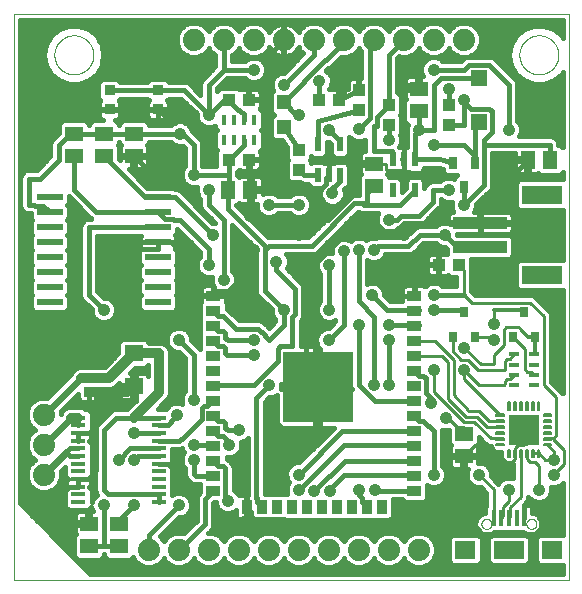
<source format=gtl>
G75*
%MOIN*%
%OFA0B0*%
%FSLAX25Y25*%
%IPPOS*%
%LPD*%
%AMOC8*
5,1,8,0,0,1.08239X$1,22.5*
%
%ADD10C,0.00000*%
%ADD11R,0.05906X0.05118*%
%ADD12R,0.05118X0.05906*%
%ADD13R,0.04331X0.03937*%
%ADD14R,0.06299X0.05512*%
%ADD15R,0.03543X0.03346*%
%ADD16R,0.04724X0.04724*%
%ADD17R,0.05512X0.05512*%
%ADD18R,0.08661X0.02362*%
%ADD19C,0.00551*%
%ADD20R,0.09843X0.09843*%
%ADD21C,0.07400*%
%ADD22R,0.03150X0.03543*%
%ADD23R,0.02500X0.04000*%
%ADD24R,0.03543X0.01772*%
%ADD25R,0.03937X0.04331*%
%ADD26R,0.01772X0.03543*%
%ADD27R,0.03543X0.03543*%
%ADD28R,0.04724X0.01575*%
%ADD29R,0.02165X0.04724*%
%ADD30R,0.04724X0.03543*%
%ADD31R,0.03543X0.04724*%
%ADD32R,0.23622X0.23622*%
%ADD33R,0.18110X0.03937*%
%ADD34R,0.13386X0.06299*%
%ADD35R,0.01575X0.05709*%
%ADD36R,0.07087X0.05906*%
%ADD37R,0.09843X0.05906*%
%ADD38C,0.01600*%
%ADD39C,0.03200*%
%ADD40C,0.01000*%
%ADD41C,0.04165*%
%ADD42C,0.01200*%
%ADD43C,0.02400*%
D10*
X0007913Y0011346D02*
X0007913Y0200047D01*
X0192835Y0200047D01*
X0192835Y0011346D01*
X0007913Y0011346D01*
X0163760Y0030008D02*
X0163762Y0030089D01*
X0163768Y0030171D01*
X0163778Y0030252D01*
X0163792Y0030332D01*
X0163809Y0030411D01*
X0163831Y0030490D01*
X0163856Y0030567D01*
X0163885Y0030644D01*
X0163918Y0030718D01*
X0163955Y0030791D01*
X0163994Y0030862D01*
X0164038Y0030931D01*
X0164084Y0030998D01*
X0164134Y0031062D01*
X0164187Y0031124D01*
X0164243Y0031184D01*
X0164301Y0031240D01*
X0164363Y0031294D01*
X0164427Y0031345D01*
X0164493Y0031392D01*
X0164561Y0031436D01*
X0164632Y0031477D01*
X0164704Y0031514D01*
X0164779Y0031548D01*
X0164854Y0031578D01*
X0164932Y0031604D01*
X0165010Y0031627D01*
X0165089Y0031645D01*
X0165169Y0031660D01*
X0165250Y0031671D01*
X0165331Y0031678D01*
X0165413Y0031681D01*
X0165494Y0031680D01*
X0165575Y0031675D01*
X0165656Y0031666D01*
X0165737Y0031653D01*
X0165817Y0031636D01*
X0165895Y0031616D01*
X0165973Y0031591D01*
X0166050Y0031563D01*
X0166125Y0031531D01*
X0166198Y0031496D01*
X0166269Y0031457D01*
X0166339Y0031414D01*
X0166406Y0031369D01*
X0166472Y0031320D01*
X0166534Y0031268D01*
X0166594Y0031212D01*
X0166651Y0031154D01*
X0166706Y0031094D01*
X0166757Y0031030D01*
X0166805Y0030965D01*
X0166850Y0030897D01*
X0166892Y0030827D01*
X0166930Y0030755D01*
X0166965Y0030681D01*
X0166996Y0030606D01*
X0167023Y0030529D01*
X0167046Y0030451D01*
X0167066Y0030372D01*
X0167082Y0030292D01*
X0167094Y0030211D01*
X0167102Y0030130D01*
X0167106Y0030049D01*
X0167106Y0029967D01*
X0167102Y0029886D01*
X0167094Y0029805D01*
X0167082Y0029724D01*
X0167066Y0029644D01*
X0167046Y0029565D01*
X0167023Y0029487D01*
X0166996Y0029410D01*
X0166965Y0029335D01*
X0166930Y0029261D01*
X0166892Y0029189D01*
X0166850Y0029119D01*
X0166805Y0029051D01*
X0166757Y0028986D01*
X0166706Y0028922D01*
X0166651Y0028862D01*
X0166594Y0028804D01*
X0166534Y0028748D01*
X0166472Y0028696D01*
X0166406Y0028647D01*
X0166339Y0028602D01*
X0166270Y0028559D01*
X0166198Y0028520D01*
X0166125Y0028485D01*
X0166050Y0028453D01*
X0165973Y0028425D01*
X0165895Y0028400D01*
X0165817Y0028380D01*
X0165737Y0028363D01*
X0165656Y0028350D01*
X0165575Y0028341D01*
X0165494Y0028336D01*
X0165413Y0028335D01*
X0165331Y0028338D01*
X0165250Y0028345D01*
X0165169Y0028356D01*
X0165089Y0028371D01*
X0165010Y0028389D01*
X0164932Y0028412D01*
X0164854Y0028438D01*
X0164779Y0028468D01*
X0164704Y0028502D01*
X0164632Y0028539D01*
X0164561Y0028580D01*
X0164493Y0028624D01*
X0164427Y0028671D01*
X0164363Y0028722D01*
X0164301Y0028776D01*
X0164243Y0028832D01*
X0164187Y0028892D01*
X0164134Y0028954D01*
X0164084Y0029018D01*
X0164038Y0029085D01*
X0163994Y0029154D01*
X0163955Y0029225D01*
X0163918Y0029298D01*
X0163885Y0029372D01*
X0163856Y0029449D01*
X0163831Y0029526D01*
X0163809Y0029605D01*
X0163792Y0029684D01*
X0163778Y0029764D01*
X0163768Y0029845D01*
X0163762Y0029927D01*
X0163760Y0030008D01*
X0178721Y0030008D02*
X0178723Y0030089D01*
X0178729Y0030171D01*
X0178739Y0030252D01*
X0178753Y0030332D01*
X0178770Y0030411D01*
X0178792Y0030490D01*
X0178817Y0030567D01*
X0178846Y0030644D01*
X0178879Y0030718D01*
X0178916Y0030791D01*
X0178955Y0030862D01*
X0178999Y0030931D01*
X0179045Y0030998D01*
X0179095Y0031062D01*
X0179148Y0031124D01*
X0179204Y0031184D01*
X0179262Y0031240D01*
X0179324Y0031294D01*
X0179388Y0031345D01*
X0179454Y0031392D01*
X0179522Y0031436D01*
X0179593Y0031477D01*
X0179665Y0031514D01*
X0179740Y0031548D01*
X0179815Y0031578D01*
X0179893Y0031604D01*
X0179971Y0031627D01*
X0180050Y0031645D01*
X0180130Y0031660D01*
X0180211Y0031671D01*
X0180292Y0031678D01*
X0180374Y0031681D01*
X0180455Y0031680D01*
X0180536Y0031675D01*
X0180617Y0031666D01*
X0180698Y0031653D01*
X0180778Y0031636D01*
X0180856Y0031616D01*
X0180934Y0031591D01*
X0181011Y0031563D01*
X0181086Y0031531D01*
X0181159Y0031496D01*
X0181230Y0031457D01*
X0181300Y0031414D01*
X0181367Y0031369D01*
X0181433Y0031320D01*
X0181495Y0031268D01*
X0181555Y0031212D01*
X0181612Y0031154D01*
X0181667Y0031094D01*
X0181718Y0031030D01*
X0181766Y0030965D01*
X0181811Y0030897D01*
X0181853Y0030827D01*
X0181891Y0030755D01*
X0181926Y0030681D01*
X0181957Y0030606D01*
X0181984Y0030529D01*
X0182007Y0030451D01*
X0182027Y0030372D01*
X0182043Y0030292D01*
X0182055Y0030211D01*
X0182063Y0030130D01*
X0182067Y0030049D01*
X0182067Y0029967D01*
X0182063Y0029886D01*
X0182055Y0029805D01*
X0182043Y0029724D01*
X0182027Y0029644D01*
X0182007Y0029565D01*
X0181984Y0029487D01*
X0181957Y0029410D01*
X0181926Y0029335D01*
X0181891Y0029261D01*
X0181853Y0029189D01*
X0181811Y0029119D01*
X0181766Y0029051D01*
X0181718Y0028986D01*
X0181667Y0028922D01*
X0181612Y0028862D01*
X0181555Y0028804D01*
X0181495Y0028748D01*
X0181433Y0028696D01*
X0181367Y0028647D01*
X0181300Y0028602D01*
X0181231Y0028559D01*
X0181159Y0028520D01*
X0181086Y0028485D01*
X0181011Y0028453D01*
X0180934Y0028425D01*
X0180856Y0028400D01*
X0180778Y0028380D01*
X0180698Y0028363D01*
X0180617Y0028350D01*
X0180536Y0028341D01*
X0180455Y0028336D01*
X0180374Y0028335D01*
X0180292Y0028338D01*
X0180211Y0028345D01*
X0180130Y0028356D01*
X0180050Y0028371D01*
X0179971Y0028389D01*
X0179893Y0028412D01*
X0179815Y0028438D01*
X0179740Y0028468D01*
X0179665Y0028502D01*
X0179593Y0028539D01*
X0179522Y0028580D01*
X0179454Y0028624D01*
X0179388Y0028671D01*
X0179324Y0028722D01*
X0179262Y0028776D01*
X0179204Y0028832D01*
X0179148Y0028892D01*
X0179095Y0028954D01*
X0179045Y0029018D01*
X0178999Y0029085D01*
X0178955Y0029154D01*
X0178916Y0029225D01*
X0178879Y0029298D01*
X0178846Y0029372D01*
X0178817Y0029449D01*
X0178792Y0029526D01*
X0178770Y0029605D01*
X0178753Y0029684D01*
X0178739Y0029764D01*
X0178729Y0029845D01*
X0178723Y0029927D01*
X0178721Y0030008D01*
X0176413Y0186346D02*
X0176415Y0186507D01*
X0176421Y0186667D01*
X0176431Y0186828D01*
X0176445Y0186988D01*
X0176463Y0187148D01*
X0176484Y0187307D01*
X0176510Y0187466D01*
X0176540Y0187624D01*
X0176573Y0187781D01*
X0176611Y0187938D01*
X0176652Y0188093D01*
X0176697Y0188247D01*
X0176746Y0188400D01*
X0176799Y0188552D01*
X0176855Y0188703D01*
X0176916Y0188852D01*
X0176979Y0189000D01*
X0177047Y0189146D01*
X0177118Y0189290D01*
X0177192Y0189432D01*
X0177270Y0189573D01*
X0177352Y0189711D01*
X0177437Y0189848D01*
X0177525Y0189982D01*
X0177617Y0190114D01*
X0177712Y0190244D01*
X0177810Y0190372D01*
X0177911Y0190497D01*
X0178015Y0190619D01*
X0178122Y0190739D01*
X0178232Y0190856D01*
X0178345Y0190971D01*
X0178461Y0191082D01*
X0178580Y0191191D01*
X0178701Y0191296D01*
X0178825Y0191399D01*
X0178951Y0191499D01*
X0179079Y0191595D01*
X0179210Y0191688D01*
X0179344Y0191778D01*
X0179479Y0191865D01*
X0179617Y0191948D01*
X0179756Y0192028D01*
X0179898Y0192104D01*
X0180041Y0192177D01*
X0180186Y0192246D01*
X0180333Y0192312D01*
X0180481Y0192374D01*
X0180631Y0192432D01*
X0180782Y0192487D01*
X0180935Y0192538D01*
X0181089Y0192585D01*
X0181244Y0192628D01*
X0181400Y0192667D01*
X0181556Y0192703D01*
X0181714Y0192734D01*
X0181872Y0192762D01*
X0182031Y0192786D01*
X0182191Y0192806D01*
X0182351Y0192822D01*
X0182511Y0192834D01*
X0182672Y0192842D01*
X0182833Y0192846D01*
X0182993Y0192846D01*
X0183154Y0192842D01*
X0183315Y0192834D01*
X0183475Y0192822D01*
X0183635Y0192806D01*
X0183795Y0192786D01*
X0183954Y0192762D01*
X0184112Y0192734D01*
X0184270Y0192703D01*
X0184426Y0192667D01*
X0184582Y0192628D01*
X0184737Y0192585D01*
X0184891Y0192538D01*
X0185044Y0192487D01*
X0185195Y0192432D01*
X0185345Y0192374D01*
X0185493Y0192312D01*
X0185640Y0192246D01*
X0185785Y0192177D01*
X0185928Y0192104D01*
X0186070Y0192028D01*
X0186209Y0191948D01*
X0186347Y0191865D01*
X0186482Y0191778D01*
X0186616Y0191688D01*
X0186747Y0191595D01*
X0186875Y0191499D01*
X0187001Y0191399D01*
X0187125Y0191296D01*
X0187246Y0191191D01*
X0187365Y0191082D01*
X0187481Y0190971D01*
X0187594Y0190856D01*
X0187704Y0190739D01*
X0187811Y0190619D01*
X0187915Y0190497D01*
X0188016Y0190372D01*
X0188114Y0190244D01*
X0188209Y0190114D01*
X0188301Y0189982D01*
X0188389Y0189848D01*
X0188474Y0189711D01*
X0188556Y0189573D01*
X0188634Y0189432D01*
X0188708Y0189290D01*
X0188779Y0189146D01*
X0188847Y0189000D01*
X0188910Y0188852D01*
X0188971Y0188703D01*
X0189027Y0188552D01*
X0189080Y0188400D01*
X0189129Y0188247D01*
X0189174Y0188093D01*
X0189215Y0187938D01*
X0189253Y0187781D01*
X0189286Y0187624D01*
X0189316Y0187466D01*
X0189342Y0187307D01*
X0189363Y0187148D01*
X0189381Y0186988D01*
X0189395Y0186828D01*
X0189405Y0186667D01*
X0189411Y0186507D01*
X0189413Y0186346D01*
X0189411Y0186185D01*
X0189405Y0186025D01*
X0189395Y0185864D01*
X0189381Y0185704D01*
X0189363Y0185544D01*
X0189342Y0185385D01*
X0189316Y0185226D01*
X0189286Y0185068D01*
X0189253Y0184911D01*
X0189215Y0184754D01*
X0189174Y0184599D01*
X0189129Y0184445D01*
X0189080Y0184292D01*
X0189027Y0184140D01*
X0188971Y0183989D01*
X0188910Y0183840D01*
X0188847Y0183692D01*
X0188779Y0183546D01*
X0188708Y0183402D01*
X0188634Y0183260D01*
X0188556Y0183119D01*
X0188474Y0182981D01*
X0188389Y0182844D01*
X0188301Y0182710D01*
X0188209Y0182578D01*
X0188114Y0182448D01*
X0188016Y0182320D01*
X0187915Y0182195D01*
X0187811Y0182073D01*
X0187704Y0181953D01*
X0187594Y0181836D01*
X0187481Y0181721D01*
X0187365Y0181610D01*
X0187246Y0181501D01*
X0187125Y0181396D01*
X0187001Y0181293D01*
X0186875Y0181193D01*
X0186747Y0181097D01*
X0186616Y0181004D01*
X0186482Y0180914D01*
X0186347Y0180827D01*
X0186209Y0180744D01*
X0186070Y0180664D01*
X0185928Y0180588D01*
X0185785Y0180515D01*
X0185640Y0180446D01*
X0185493Y0180380D01*
X0185345Y0180318D01*
X0185195Y0180260D01*
X0185044Y0180205D01*
X0184891Y0180154D01*
X0184737Y0180107D01*
X0184582Y0180064D01*
X0184426Y0180025D01*
X0184270Y0179989D01*
X0184112Y0179958D01*
X0183954Y0179930D01*
X0183795Y0179906D01*
X0183635Y0179886D01*
X0183475Y0179870D01*
X0183315Y0179858D01*
X0183154Y0179850D01*
X0182993Y0179846D01*
X0182833Y0179846D01*
X0182672Y0179850D01*
X0182511Y0179858D01*
X0182351Y0179870D01*
X0182191Y0179886D01*
X0182031Y0179906D01*
X0181872Y0179930D01*
X0181714Y0179958D01*
X0181556Y0179989D01*
X0181400Y0180025D01*
X0181244Y0180064D01*
X0181089Y0180107D01*
X0180935Y0180154D01*
X0180782Y0180205D01*
X0180631Y0180260D01*
X0180481Y0180318D01*
X0180333Y0180380D01*
X0180186Y0180446D01*
X0180041Y0180515D01*
X0179898Y0180588D01*
X0179756Y0180664D01*
X0179617Y0180744D01*
X0179479Y0180827D01*
X0179344Y0180914D01*
X0179210Y0181004D01*
X0179079Y0181097D01*
X0178951Y0181193D01*
X0178825Y0181293D01*
X0178701Y0181396D01*
X0178580Y0181501D01*
X0178461Y0181610D01*
X0178345Y0181721D01*
X0178232Y0181836D01*
X0178122Y0181953D01*
X0178015Y0182073D01*
X0177911Y0182195D01*
X0177810Y0182320D01*
X0177712Y0182448D01*
X0177617Y0182578D01*
X0177525Y0182710D01*
X0177437Y0182844D01*
X0177352Y0182981D01*
X0177270Y0183119D01*
X0177192Y0183260D01*
X0177118Y0183402D01*
X0177047Y0183546D01*
X0176979Y0183692D01*
X0176916Y0183840D01*
X0176855Y0183989D01*
X0176799Y0184140D01*
X0176746Y0184292D01*
X0176697Y0184445D01*
X0176652Y0184599D01*
X0176611Y0184754D01*
X0176573Y0184911D01*
X0176540Y0185068D01*
X0176510Y0185226D01*
X0176484Y0185385D01*
X0176463Y0185544D01*
X0176445Y0185704D01*
X0176431Y0185864D01*
X0176421Y0186025D01*
X0176415Y0186185D01*
X0176413Y0186346D01*
X0021413Y0186346D02*
X0021415Y0186507D01*
X0021421Y0186667D01*
X0021431Y0186828D01*
X0021445Y0186988D01*
X0021463Y0187148D01*
X0021484Y0187307D01*
X0021510Y0187466D01*
X0021540Y0187624D01*
X0021573Y0187781D01*
X0021611Y0187938D01*
X0021652Y0188093D01*
X0021697Y0188247D01*
X0021746Y0188400D01*
X0021799Y0188552D01*
X0021855Y0188703D01*
X0021916Y0188852D01*
X0021979Y0189000D01*
X0022047Y0189146D01*
X0022118Y0189290D01*
X0022192Y0189432D01*
X0022270Y0189573D01*
X0022352Y0189711D01*
X0022437Y0189848D01*
X0022525Y0189982D01*
X0022617Y0190114D01*
X0022712Y0190244D01*
X0022810Y0190372D01*
X0022911Y0190497D01*
X0023015Y0190619D01*
X0023122Y0190739D01*
X0023232Y0190856D01*
X0023345Y0190971D01*
X0023461Y0191082D01*
X0023580Y0191191D01*
X0023701Y0191296D01*
X0023825Y0191399D01*
X0023951Y0191499D01*
X0024079Y0191595D01*
X0024210Y0191688D01*
X0024344Y0191778D01*
X0024479Y0191865D01*
X0024617Y0191948D01*
X0024756Y0192028D01*
X0024898Y0192104D01*
X0025041Y0192177D01*
X0025186Y0192246D01*
X0025333Y0192312D01*
X0025481Y0192374D01*
X0025631Y0192432D01*
X0025782Y0192487D01*
X0025935Y0192538D01*
X0026089Y0192585D01*
X0026244Y0192628D01*
X0026400Y0192667D01*
X0026556Y0192703D01*
X0026714Y0192734D01*
X0026872Y0192762D01*
X0027031Y0192786D01*
X0027191Y0192806D01*
X0027351Y0192822D01*
X0027511Y0192834D01*
X0027672Y0192842D01*
X0027833Y0192846D01*
X0027993Y0192846D01*
X0028154Y0192842D01*
X0028315Y0192834D01*
X0028475Y0192822D01*
X0028635Y0192806D01*
X0028795Y0192786D01*
X0028954Y0192762D01*
X0029112Y0192734D01*
X0029270Y0192703D01*
X0029426Y0192667D01*
X0029582Y0192628D01*
X0029737Y0192585D01*
X0029891Y0192538D01*
X0030044Y0192487D01*
X0030195Y0192432D01*
X0030345Y0192374D01*
X0030493Y0192312D01*
X0030640Y0192246D01*
X0030785Y0192177D01*
X0030928Y0192104D01*
X0031070Y0192028D01*
X0031209Y0191948D01*
X0031347Y0191865D01*
X0031482Y0191778D01*
X0031616Y0191688D01*
X0031747Y0191595D01*
X0031875Y0191499D01*
X0032001Y0191399D01*
X0032125Y0191296D01*
X0032246Y0191191D01*
X0032365Y0191082D01*
X0032481Y0190971D01*
X0032594Y0190856D01*
X0032704Y0190739D01*
X0032811Y0190619D01*
X0032915Y0190497D01*
X0033016Y0190372D01*
X0033114Y0190244D01*
X0033209Y0190114D01*
X0033301Y0189982D01*
X0033389Y0189848D01*
X0033474Y0189711D01*
X0033556Y0189573D01*
X0033634Y0189432D01*
X0033708Y0189290D01*
X0033779Y0189146D01*
X0033847Y0189000D01*
X0033910Y0188852D01*
X0033971Y0188703D01*
X0034027Y0188552D01*
X0034080Y0188400D01*
X0034129Y0188247D01*
X0034174Y0188093D01*
X0034215Y0187938D01*
X0034253Y0187781D01*
X0034286Y0187624D01*
X0034316Y0187466D01*
X0034342Y0187307D01*
X0034363Y0187148D01*
X0034381Y0186988D01*
X0034395Y0186828D01*
X0034405Y0186667D01*
X0034411Y0186507D01*
X0034413Y0186346D01*
X0034411Y0186185D01*
X0034405Y0186025D01*
X0034395Y0185864D01*
X0034381Y0185704D01*
X0034363Y0185544D01*
X0034342Y0185385D01*
X0034316Y0185226D01*
X0034286Y0185068D01*
X0034253Y0184911D01*
X0034215Y0184754D01*
X0034174Y0184599D01*
X0034129Y0184445D01*
X0034080Y0184292D01*
X0034027Y0184140D01*
X0033971Y0183989D01*
X0033910Y0183840D01*
X0033847Y0183692D01*
X0033779Y0183546D01*
X0033708Y0183402D01*
X0033634Y0183260D01*
X0033556Y0183119D01*
X0033474Y0182981D01*
X0033389Y0182844D01*
X0033301Y0182710D01*
X0033209Y0182578D01*
X0033114Y0182448D01*
X0033016Y0182320D01*
X0032915Y0182195D01*
X0032811Y0182073D01*
X0032704Y0181953D01*
X0032594Y0181836D01*
X0032481Y0181721D01*
X0032365Y0181610D01*
X0032246Y0181501D01*
X0032125Y0181396D01*
X0032001Y0181293D01*
X0031875Y0181193D01*
X0031747Y0181097D01*
X0031616Y0181004D01*
X0031482Y0180914D01*
X0031347Y0180827D01*
X0031209Y0180744D01*
X0031070Y0180664D01*
X0030928Y0180588D01*
X0030785Y0180515D01*
X0030640Y0180446D01*
X0030493Y0180380D01*
X0030345Y0180318D01*
X0030195Y0180260D01*
X0030044Y0180205D01*
X0029891Y0180154D01*
X0029737Y0180107D01*
X0029582Y0180064D01*
X0029426Y0180025D01*
X0029270Y0179989D01*
X0029112Y0179958D01*
X0028954Y0179930D01*
X0028795Y0179906D01*
X0028635Y0179886D01*
X0028475Y0179870D01*
X0028315Y0179858D01*
X0028154Y0179850D01*
X0027993Y0179846D01*
X0027833Y0179846D01*
X0027672Y0179850D01*
X0027511Y0179858D01*
X0027351Y0179870D01*
X0027191Y0179886D01*
X0027031Y0179906D01*
X0026872Y0179930D01*
X0026714Y0179958D01*
X0026556Y0179989D01*
X0026400Y0180025D01*
X0026244Y0180064D01*
X0026089Y0180107D01*
X0025935Y0180154D01*
X0025782Y0180205D01*
X0025631Y0180260D01*
X0025481Y0180318D01*
X0025333Y0180380D01*
X0025186Y0180446D01*
X0025041Y0180515D01*
X0024898Y0180588D01*
X0024756Y0180664D01*
X0024617Y0180744D01*
X0024479Y0180827D01*
X0024344Y0180914D01*
X0024210Y0181004D01*
X0024079Y0181097D01*
X0023951Y0181193D01*
X0023825Y0181293D01*
X0023701Y0181396D01*
X0023580Y0181501D01*
X0023461Y0181610D01*
X0023345Y0181721D01*
X0023232Y0181836D01*
X0023122Y0181953D01*
X0023015Y0182073D01*
X0022911Y0182195D01*
X0022810Y0182320D01*
X0022712Y0182448D01*
X0022617Y0182578D01*
X0022525Y0182710D01*
X0022437Y0182844D01*
X0022352Y0182981D01*
X0022270Y0183119D01*
X0022192Y0183260D01*
X0022118Y0183402D01*
X0022047Y0183546D01*
X0021979Y0183692D01*
X0021916Y0183840D01*
X0021855Y0183989D01*
X0021799Y0184140D01*
X0021746Y0184292D01*
X0021697Y0184445D01*
X0021652Y0184599D01*
X0021611Y0184754D01*
X0021573Y0184911D01*
X0021540Y0185068D01*
X0021510Y0185226D01*
X0021484Y0185385D01*
X0021463Y0185544D01*
X0021445Y0185704D01*
X0021431Y0185864D01*
X0021421Y0186025D01*
X0021415Y0186185D01*
X0021413Y0186346D01*
D11*
X0027913Y0160087D03*
X0027913Y0152606D03*
X0037913Y0152606D03*
X0037913Y0160087D03*
X0047913Y0160087D03*
X0047913Y0152606D03*
X0127913Y0150087D03*
X0127913Y0142606D03*
X0142913Y0167606D03*
X0142913Y0175087D03*
X0157913Y0060087D03*
X0157913Y0052606D03*
X0042913Y0030087D03*
X0042913Y0022606D03*
X0032913Y0022606D03*
X0032913Y0030087D03*
D12*
X0079173Y0141346D03*
X0086654Y0141346D03*
X0179173Y0151346D03*
X0186654Y0151346D03*
D13*
X0156260Y0116346D03*
X0149567Y0116346D03*
X0116260Y0171346D03*
X0109567Y0171346D03*
X0086260Y0171346D03*
X0079567Y0171346D03*
X0079567Y0151346D03*
X0086260Y0151346D03*
D14*
X0047913Y0086858D03*
X0047913Y0075835D03*
D15*
X0032913Y0074063D03*
X0032913Y0078630D03*
D16*
X0097913Y0162213D03*
X0097913Y0170480D03*
D17*
X0162913Y0164063D03*
X0162913Y0178630D03*
D18*
X0056024Y0138846D03*
X0056024Y0133846D03*
X0056024Y0128846D03*
X0056024Y0123846D03*
X0056024Y0118846D03*
X0056024Y0113846D03*
X0056024Y0108846D03*
X0056024Y0103846D03*
X0019803Y0103846D03*
X0019803Y0108846D03*
X0019803Y0113846D03*
X0019803Y0118846D03*
X0019803Y0123846D03*
X0019803Y0128846D03*
X0019803Y0133846D03*
X0019803Y0138846D03*
D19*
X0168739Y0065992D02*
X0171339Y0065992D01*
X0168739Y0065992D02*
X0168739Y0066544D01*
X0171339Y0066544D01*
X0171339Y0065992D01*
X0171339Y0066542D02*
X0168739Y0066542D01*
X0168739Y0064023D02*
X0171339Y0064023D01*
X0168739Y0064023D02*
X0168739Y0064575D01*
X0171339Y0064575D01*
X0171339Y0064023D01*
X0171339Y0064573D02*
X0168739Y0064573D01*
X0168739Y0062055D02*
X0171339Y0062055D01*
X0168739Y0062055D02*
X0168739Y0062607D01*
X0171339Y0062607D01*
X0171339Y0062055D01*
X0171339Y0062605D02*
X0168739Y0062605D01*
X0168739Y0060086D02*
X0171339Y0060086D01*
X0168739Y0060086D02*
X0168739Y0060638D01*
X0171339Y0060638D01*
X0171339Y0060086D01*
X0171339Y0060636D02*
X0168739Y0060636D01*
X0168739Y0058118D02*
X0171339Y0058118D01*
X0168739Y0058118D02*
X0168739Y0058670D01*
X0171339Y0058670D01*
X0171339Y0058118D01*
X0171339Y0058668D02*
X0168739Y0058668D01*
X0168739Y0056149D02*
X0171339Y0056149D01*
X0168739Y0056149D02*
X0168739Y0056701D01*
X0171339Y0056701D01*
X0171339Y0056149D01*
X0171339Y0056699D02*
X0168739Y0056699D01*
X0172716Y0054772D02*
X0172716Y0052172D01*
X0172716Y0054772D02*
X0173268Y0054772D01*
X0173268Y0052172D01*
X0172716Y0052172D01*
X0172716Y0052722D02*
X0173268Y0052722D01*
X0173268Y0053272D02*
X0172716Y0053272D01*
X0172716Y0053822D02*
X0173268Y0053822D01*
X0173268Y0054372D02*
X0172716Y0054372D01*
X0174685Y0054772D02*
X0174685Y0052172D01*
X0174685Y0054772D02*
X0175237Y0054772D01*
X0175237Y0052172D01*
X0174685Y0052172D01*
X0174685Y0052722D02*
X0175237Y0052722D01*
X0175237Y0053272D02*
X0174685Y0053272D01*
X0174685Y0053822D02*
X0175237Y0053822D01*
X0175237Y0054372D02*
X0174685Y0054372D01*
X0176653Y0054772D02*
X0176653Y0052172D01*
X0176653Y0054772D02*
X0177205Y0054772D01*
X0177205Y0052172D01*
X0176653Y0052172D01*
X0176653Y0052722D02*
X0177205Y0052722D01*
X0177205Y0053272D02*
X0176653Y0053272D01*
X0176653Y0053822D02*
X0177205Y0053822D01*
X0177205Y0054372D02*
X0176653Y0054372D01*
X0178622Y0054772D02*
X0178622Y0052172D01*
X0178622Y0054772D02*
X0179174Y0054772D01*
X0179174Y0052172D01*
X0178622Y0052172D01*
X0178622Y0052722D02*
X0179174Y0052722D01*
X0179174Y0053272D02*
X0178622Y0053272D01*
X0178622Y0053822D02*
X0179174Y0053822D01*
X0179174Y0054372D02*
X0178622Y0054372D01*
X0180590Y0054772D02*
X0180590Y0052172D01*
X0180590Y0054772D02*
X0181142Y0054772D01*
X0181142Y0052172D01*
X0180590Y0052172D01*
X0180590Y0052722D02*
X0181142Y0052722D01*
X0181142Y0053272D02*
X0180590Y0053272D01*
X0180590Y0053822D02*
X0181142Y0053822D01*
X0181142Y0054372D02*
X0180590Y0054372D01*
X0182559Y0054772D02*
X0182559Y0052172D01*
X0182559Y0054772D02*
X0183111Y0054772D01*
X0183111Y0052172D01*
X0182559Y0052172D01*
X0182559Y0052722D02*
X0183111Y0052722D01*
X0183111Y0053272D02*
X0182559Y0053272D01*
X0182559Y0053822D02*
X0183111Y0053822D01*
X0183111Y0054372D02*
X0182559Y0054372D01*
X0184487Y0056701D02*
X0187087Y0056701D01*
X0187087Y0056149D01*
X0184487Y0056149D01*
X0184487Y0056701D01*
X0184487Y0056699D02*
X0187087Y0056699D01*
X0187087Y0058670D02*
X0184487Y0058670D01*
X0187087Y0058670D02*
X0187087Y0058118D01*
X0184487Y0058118D01*
X0184487Y0058670D01*
X0184487Y0058668D02*
X0187087Y0058668D01*
X0187087Y0060638D02*
X0184487Y0060638D01*
X0187087Y0060638D02*
X0187087Y0060086D01*
X0184487Y0060086D01*
X0184487Y0060638D01*
X0184487Y0060636D02*
X0187087Y0060636D01*
X0187087Y0062607D02*
X0184487Y0062607D01*
X0187087Y0062607D02*
X0187087Y0062055D01*
X0184487Y0062055D01*
X0184487Y0062607D01*
X0184487Y0062605D02*
X0187087Y0062605D01*
X0187087Y0064575D02*
X0184487Y0064575D01*
X0187087Y0064575D02*
X0187087Y0064023D01*
X0184487Y0064023D01*
X0184487Y0064575D01*
X0184487Y0064573D02*
X0187087Y0064573D01*
X0187087Y0066544D02*
X0184487Y0066544D01*
X0187087Y0066544D02*
X0187087Y0065992D01*
X0184487Y0065992D01*
X0184487Y0066544D01*
X0184487Y0066542D02*
X0187087Y0066542D01*
X0183111Y0067920D02*
X0183111Y0070520D01*
X0183111Y0067920D02*
X0182559Y0067920D01*
X0182559Y0070520D01*
X0183111Y0070520D01*
X0183111Y0068470D02*
X0182559Y0068470D01*
X0182559Y0069020D02*
X0183111Y0069020D01*
X0183111Y0069570D02*
X0182559Y0069570D01*
X0182559Y0070120D02*
X0183111Y0070120D01*
X0181142Y0070520D02*
X0181142Y0067920D01*
X0180590Y0067920D01*
X0180590Y0070520D01*
X0181142Y0070520D01*
X0181142Y0068470D02*
X0180590Y0068470D01*
X0180590Y0069020D02*
X0181142Y0069020D01*
X0181142Y0069570D02*
X0180590Y0069570D01*
X0180590Y0070120D02*
X0181142Y0070120D01*
X0179174Y0070520D02*
X0179174Y0067920D01*
X0178622Y0067920D01*
X0178622Y0070520D01*
X0179174Y0070520D01*
X0179174Y0068470D02*
X0178622Y0068470D01*
X0178622Y0069020D02*
X0179174Y0069020D01*
X0179174Y0069570D02*
X0178622Y0069570D01*
X0178622Y0070120D02*
X0179174Y0070120D01*
X0177205Y0070520D02*
X0177205Y0067920D01*
X0176653Y0067920D01*
X0176653Y0070520D01*
X0177205Y0070520D01*
X0177205Y0068470D02*
X0176653Y0068470D01*
X0176653Y0069020D02*
X0177205Y0069020D01*
X0177205Y0069570D02*
X0176653Y0069570D01*
X0176653Y0070120D02*
X0177205Y0070120D01*
X0175237Y0070520D02*
X0175237Y0067920D01*
X0174685Y0067920D01*
X0174685Y0070520D01*
X0175237Y0070520D01*
X0175237Y0068470D02*
X0174685Y0068470D01*
X0174685Y0069020D02*
X0175237Y0069020D01*
X0175237Y0069570D02*
X0174685Y0069570D01*
X0174685Y0070120D02*
X0175237Y0070120D01*
X0173268Y0070520D02*
X0173268Y0067920D01*
X0172716Y0067920D01*
X0172716Y0070520D01*
X0173268Y0070520D01*
X0173268Y0068470D02*
X0172716Y0068470D01*
X0172716Y0069020D02*
X0173268Y0069020D01*
X0173268Y0069570D02*
X0172716Y0069570D01*
X0172716Y0070120D02*
X0173268Y0070120D01*
D20*
X0177913Y0061346D03*
D21*
X0142913Y0021346D03*
X0132913Y0021346D03*
X0122913Y0021346D03*
X0112913Y0021346D03*
X0102913Y0021346D03*
X0092913Y0021346D03*
X0082913Y0021346D03*
X0072913Y0021346D03*
X0062913Y0021346D03*
X0052913Y0021346D03*
X0017913Y0046346D03*
X0017913Y0056346D03*
X0017913Y0066346D03*
X0067913Y0191346D03*
X0077913Y0191346D03*
X0087913Y0191346D03*
X0097913Y0191346D03*
X0107913Y0191346D03*
X0117913Y0191346D03*
X0127913Y0191346D03*
X0137913Y0191346D03*
X0147913Y0191346D03*
X0157913Y0191346D03*
D22*
X0157913Y0100677D03*
X0154173Y0092409D03*
X0161654Y0092409D03*
X0174173Y0092409D03*
X0181654Y0092409D03*
X0177913Y0100677D03*
D23*
X0157913Y0142409D03*
X0154173Y0150283D03*
X0161654Y0150283D03*
D24*
X0174567Y0086465D03*
X0174567Y0082921D03*
X0174567Y0079772D03*
X0174567Y0076228D03*
X0181260Y0076228D03*
X0181260Y0079772D03*
X0181260Y0082921D03*
X0181260Y0086465D03*
D25*
X0152913Y0163000D03*
X0152913Y0169693D03*
X0132913Y0169693D03*
X0132913Y0163000D03*
X0122913Y0168000D03*
X0122913Y0174693D03*
X0102913Y0154693D03*
X0102913Y0148000D03*
D26*
X0088031Y0158000D03*
X0084488Y0158000D03*
X0081339Y0158000D03*
X0077795Y0158000D03*
X0077795Y0164693D03*
X0081339Y0164693D03*
X0084488Y0164693D03*
X0088031Y0164693D03*
D27*
X0055984Y0168197D03*
X0055984Y0174496D03*
X0039843Y0174496D03*
X0039843Y0168197D03*
D28*
X0029449Y0065421D03*
X0029449Y0062862D03*
X0029449Y0060303D03*
X0029449Y0057744D03*
X0029449Y0055185D03*
X0029449Y0052626D03*
X0029449Y0050067D03*
X0029449Y0047508D03*
X0029449Y0044949D03*
X0029449Y0042390D03*
X0029449Y0039831D03*
X0029449Y0037272D03*
X0056378Y0037272D03*
X0056378Y0039831D03*
X0056378Y0042390D03*
X0056378Y0044949D03*
X0056378Y0047508D03*
X0056378Y0050067D03*
X0056378Y0052626D03*
X0056378Y0055185D03*
X0056378Y0057744D03*
X0056378Y0060303D03*
X0056378Y0062862D03*
X0056378Y0065421D03*
D29*
X0109173Y0146228D03*
X0112913Y0146228D03*
X0116654Y0146228D03*
X0116654Y0156465D03*
X0109173Y0156465D03*
X0134173Y0151465D03*
X0137913Y0151465D03*
X0141654Y0151465D03*
X0141654Y0141228D03*
X0134173Y0141228D03*
D30*
X0141378Y0106031D03*
X0141378Y0101031D03*
X0141378Y0096031D03*
X0141378Y0091031D03*
X0141378Y0086031D03*
X0141378Y0081031D03*
X0141378Y0076031D03*
X0141378Y0071031D03*
X0141378Y0066031D03*
X0141378Y0061031D03*
X0141378Y0056031D03*
X0141378Y0051031D03*
X0141378Y0046031D03*
X0141378Y0041031D03*
X0074449Y0041031D03*
X0074449Y0046031D03*
X0074449Y0051031D03*
X0074449Y0056031D03*
X0074449Y0061031D03*
X0074449Y0066031D03*
X0074449Y0071031D03*
X0074449Y0076031D03*
X0074449Y0081031D03*
X0074449Y0086031D03*
X0074449Y0091031D03*
X0074449Y0096031D03*
X0074449Y0101031D03*
X0074449Y0106031D03*
D31*
X0085472Y0035559D03*
X0090472Y0035559D03*
X0095472Y0035559D03*
X0100472Y0035559D03*
X0105472Y0035559D03*
X0110472Y0035559D03*
X0115472Y0035559D03*
X0120472Y0035559D03*
X0125472Y0035559D03*
X0130472Y0035559D03*
D32*
X0109252Y0075717D03*
D33*
X0163346Y0122409D03*
X0163346Y0130283D03*
D34*
X0183819Y0139732D03*
X0183819Y0112961D03*
D35*
X0178031Y0032075D03*
X0175472Y0032075D03*
X0172913Y0032075D03*
X0170354Y0032075D03*
X0167795Y0032075D03*
D36*
X0158406Y0021346D03*
X0187421Y0021346D03*
D37*
X0172913Y0021346D03*
D38*
X0165992Y0021514D02*
X0163949Y0021514D01*
X0163949Y0023112D02*
X0165992Y0023112D01*
X0165992Y0024711D02*
X0163949Y0024711D01*
X0163949Y0025128D02*
X0162777Y0026299D01*
X0154034Y0026299D01*
X0152862Y0025128D01*
X0152862Y0017565D01*
X0154034Y0016394D01*
X0162777Y0016394D01*
X0163949Y0017565D01*
X0163949Y0025128D01*
X0164702Y0026335D02*
X0163352Y0026894D01*
X0162319Y0027927D01*
X0161760Y0029277D01*
X0161760Y0030739D01*
X0162319Y0032089D01*
X0163352Y0033122D01*
X0164702Y0033681D01*
X0165008Y0033681D01*
X0165008Y0035758D01*
X0165295Y0036045D01*
X0165295Y0040429D01*
X0163461Y0042264D01*
X0162101Y0042264D01*
X0160601Y0042885D01*
X0159452Y0044034D01*
X0158831Y0045534D01*
X0158831Y0047159D01*
X0159282Y0048247D01*
X0158393Y0048247D01*
X0158393Y0052127D01*
X0158393Y0053086D01*
X0162666Y0053086D01*
X0162666Y0055402D01*
X0162543Y0055860D01*
X0162354Y0056187D01*
X0162866Y0056699D01*
X0162866Y0058949D01*
X0164720Y0057095D01*
X0165423Y0056392D01*
X0166342Y0056011D01*
X0166465Y0056011D01*
X0166465Y0055207D01*
X0167798Y0053874D01*
X0170441Y0053874D01*
X0170441Y0051231D01*
X0171774Y0049898D01*
X0174210Y0049898D01*
X0174411Y0050098D01*
X0174412Y0050098D01*
X0174429Y0050098D01*
X0174429Y0045138D01*
X0173725Y0045429D01*
X0172101Y0045429D01*
X0170601Y0044808D01*
X0169452Y0043659D01*
X0169360Y0043436D01*
X0166996Y0045799D01*
X0166996Y0047159D01*
X0166375Y0048659D01*
X0165226Y0049808D01*
X0163725Y0050429D01*
X0162666Y0050429D01*
X0162666Y0052127D01*
X0158393Y0052127D01*
X0157434Y0052127D01*
X0153161Y0052127D01*
X0153161Y0049810D01*
X0153283Y0049352D01*
X0153520Y0048942D01*
X0153855Y0048607D01*
X0154266Y0048370D01*
X0154724Y0048247D01*
X0157434Y0048247D01*
X0157434Y0052127D01*
X0157434Y0053086D01*
X0153161Y0053086D01*
X0153161Y0055402D01*
X0153283Y0055860D01*
X0153472Y0056187D01*
X0152961Y0056699D01*
X0152961Y0061307D01*
X0152633Y0061171D01*
X0151009Y0061171D01*
X0150713Y0061294D01*
X0150713Y0049320D01*
X0151375Y0048659D01*
X0151996Y0047159D01*
X0151996Y0045534D01*
X0151375Y0044034D01*
X0150226Y0042885D01*
X0148725Y0042264D01*
X0147101Y0042264D01*
X0145740Y0042828D01*
X0145740Y0038431D01*
X0144569Y0037260D01*
X0138187Y0037260D01*
X0137216Y0038231D01*
X0134244Y0038231D01*
X0134244Y0032368D01*
X0133073Y0031197D01*
X0087872Y0031197D01*
X0087632Y0031437D01*
X0087481Y0031397D01*
X0085558Y0031397D01*
X0085558Y0035473D01*
X0085387Y0035473D01*
X0085387Y0031397D01*
X0083464Y0031397D01*
X0083006Y0031520D01*
X0082596Y0031756D01*
X0082260Y0032092D01*
X0082023Y0032502D01*
X0081901Y0032960D01*
X0081901Y0034499D01*
X0081543Y0034142D01*
X0080043Y0033520D01*
X0078419Y0033520D01*
X0076918Y0034142D01*
X0075770Y0035290D01*
X0075148Y0036791D01*
X0075148Y0037260D01*
X0074637Y0037260D01*
X0074396Y0037019D01*
X0074396Y0029264D01*
X0073970Y0028235D01*
X0073182Y0027447D01*
X0073182Y0027447D01*
X0072781Y0027046D01*
X0074047Y0027046D01*
X0076142Y0026179D01*
X0077746Y0024575D01*
X0077913Y0024170D01*
X0078081Y0024575D01*
X0079685Y0026179D01*
X0081780Y0027046D01*
X0084047Y0027046D01*
X0086142Y0026179D01*
X0087746Y0024575D01*
X0087913Y0024170D01*
X0088081Y0024575D01*
X0089685Y0026179D01*
X0091780Y0027046D01*
X0094047Y0027046D01*
X0096142Y0026179D01*
X0097746Y0024575D01*
X0097913Y0024170D01*
X0098081Y0024575D01*
X0099685Y0026179D01*
X0101780Y0027046D01*
X0104047Y0027046D01*
X0106142Y0026179D01*
X0107746Y0024575D01*
X0107913Y0024170D01*
X0108081Y0024575D01*
X0109685Y0026179D01*
X0111780Y0027046D01*
X0114047Y0027046D01*
X0116142Y0026179D01*
X0117746Y0024575D01*
X0117913Y0024170D01*
X0118081Y0024575D01*
X0119685Y0026179D01*
X0121780Y0027046D01*
X0124047Y0027046D01*
X0126142Y0026179D01*
X0127746Y0024575D01*
X0127913Y0024170D01*
X0128081Y0024575D01*
X0129685Y0026179D01*
X0131780Y0027046D01*
X0134047Y0027046D01*
X0136142Y0026179D01*
X0137746Y0024575D01*
X0137913Y0024170D01*
X0138081Y0024575D01*
X0139685Y0026179D01*
X0141780Y0027046D01*
X0144047Y0027046D01*
X0146142Y0026179D01*
X0147746Y0024575D01*
X0148613Y0022480D01*
X0148613Y0020213D01*
X0147746Y0018118D01*
X0146142Y0016514D01*
X0144047Y0015646D01*
X0141780Y0015646D01*
X0139685Y0016514D01*
X0138081Y0018118D01*
X0137913Y0018523D01*
X0137746Y0018118D01*
X0136142Y0016514D01*
X0134047Y0015646D01*
X0131780Y0015646D01*
X0129685Y0016514D01*
X0128081Y0018118D01*
X0127913Y0018523D01*
X0127746Y0018118D01*
X0126142Y0016514D01*
X0124047Y0015646D01*
X0121780Y0015646D01*
X0119685Y0016514D01*
X0118081Y0018118D01*
X0117913Y0018523D01*
X0117746Y0018118D01*
X0116142Y0016514D01*
X0114047Y0015646D01*
X0111780Y0015646D01*
X0109685Y0016514D01*
X0108081Y0018118D01*
X0107913Y0018523D01*
X0107746Y0018118D01*
X0106142Y0016514D01*
X0104047Y0015646D01*
X0101780Y0015646D01*
X0099685Y0016514D01*
X0098081Y0018118D01*
X0097913Y0018523D01*
X0097746Y0018118D01*
X0096142Y0016514D01*
X0094047Y0015646D01*
X0091780Y0015646D01*
X0089685Y0016514D01*
X0088081Y0018118D01*
X0087913Y0018523D01*
X0087746Y0018118D01*
X0086142Y0016514D01*
X0084047Y0015646D01*
X0081780Y0015646D01*
X0079685Y0016514D01*
X0078081Y0018118D01*
X0077913Y0018523D01*
X0077746Y0018118D01*
X0076142Y0016514D01*
X0074047Y0015646D01*
X0071780Y0015646D01*
X0069685Y0016514D01*
X0068081Y0018118D01*
X0067913Y0018523D01*
X0067746Y0018118D01*
X0066142Y0016514D01*
X0064047Y0015646D01*
X0061780Y0015646D01*
X0059685Y0016514D01*
X0058081Y0018118D01*
X0057913Y0018523D01*
X0057746Y0018118D01*
X0056142Y0016514D01*
X0054047Y0015646D01*
X0051780Y0015646D01*
X0049685Y0016514D01*
X0048081Y0018118D01*
X0047696Y0019048D01*
X0046695Y0018047D01*
X0039132Y0018047D01*
X0037961Y0019219D01*
X0037961Y0019806D01*
X0037866Y0019806D01*
X0037866Y0019219D01*
X0036695Y0018047D01*
X0029132Y0018047D01*
X0027961Y0019219D01*
X0027961Y0025994D01*
X0028472Y0026505D01*
X0028283Y0026833D01*
X0028161Y0027291D01*
X0028161Y0029607D01*
X0032434Y0029607D01*
X0032434Y0030566D01*
X0028161Y0030566D01*
X0028161Y0032883D01*
X0028283Y0033340D01*
X0028520Y0033751D01*
X0028855Y0034086D01*
X0029266Y0034323D01*
X0029724Y0034446D01*
X0032434Y0034446D01*
X0032434Y0030566D01*
X0033393Y0030566D01*
X0033393Y0034446D01*
X0034135Y0034446D01*
X0033727Y0035430D01*
X0033727Y0035571D01*
X0032639Y0034484D01*
X0026258Y0034484D01*
X0025087Y0035656D01*
X0025087Y0041447D01*
X0025287Y0041647D01*
X0025287Y0042390D01*
X0026030Y0042390D01*
X0026030Y0042390D01*
X0025287Y0042390D01*
X0025287Y0043414D01*
X0025355Y0043669D01*
X0025287Y0043924D01*
X0025287Y0044949D01*
X0026030Y0044949D01*
X0026030Y0044949D01*
X0025287Y0044949D01*
X0025287Y0045692D01*
X0025087Y0045892D01*
X0025087Y0048994D01*
X0023601Y0047509D01*
X0023613Y0047480D01*
X0023613Y0045213D01*
X0022746Y0043118D01*
X0021142Y0041514D01*
X0019047Y0040646D01*
X0016780Y0040646D01*
X0014685Y0041514D01*
X0013081Y0043118D01*
X0012213Y0045213D01*
X0012213Y0047480D01*
X0013081Y0049575D01*
X0014685Y0051179D01*
X0015090Y0051346D01*
X0014685Y0051514D01*
X0013081Y0053118D01*
X0012213Y0055213D01*
X0012213Y0057480D01*
X0013081Y0059575D01*
X0014685Y0061179D01*
X0015090Y0061346D01*
X0014685Y0061514D01*
X0013081Y0063118D01*
X0012213Y0065213D01*
X0012213Y0067480D01*
X0013081Y0069575D01*
X0014685Y0071179D01*
X0016780Y0072046D01*
X0019047Y0072046D01*
X0019076Y0072035D01*
X0026745Y0079703D01*
X0027145Y0080669D01*
X0028158Y0081682D01*
X0029481Y0082230D01*
X0030240Y0082230D01*
X0030313Y0082303D01*
X0035513Y0082303D01*
X0035587Y0082230D01*
X0038194Y0082230D01*
X0042764Y0086800D01*
X0042764Y0090443D01*
X0043935Y0091614D01*
X0051891Y0091614D01*
X0053047Y0090458D01*
X0057094Y0090458D01*
X0058417Y0089910D01*
X0059430Y0088898D01*
X0059978Y0087574D01*
X0059978Y0073170D01*
X0059430Y0071847D01*
X0058417Y0070834D01*
X0055805Y0068221D01*
X0056935Y0068221D01*
X0056965Y0068209D01*
X0058706Y0068209D01*
X0058893Y0068659D01*
X0060041Y0069808D01*
X0061542Y0070429D01*
X0063166Y0070429D01*
X0064021Y0070075D01*
X0063831Y0070534D01*
X0063831Y0072159D01*
X0064452Y0073659D01*
X0065113Y0074320D01*
X0065113Y0085187D01*
X0063036Y0087264D01*
X0062101Y0087264D01*
X0060601Y0087885D01*
X0059452Y0089034D01*
X0058831Y0090534D01*
X0058831Y0092159D01*
X0059452Y0093659D01*
X0060601Y0094808D01*
X0062101Y0095429D01*
X0063725Y0095429D01*
X0065226Y0094808D01*
X0066375Y0093659D01*
X0066996Y0092159D01*
X0066996Y0091224D01*
X0070087Y0088133D01*
X0070087Y0103632D01*
X0070327Y0103872D01*
X0070287Y0104023D01*
X0070287Y0105946D01*
X0074363Y0105946D01*
X0074363Y0106117D01*
X0070287Y0106117D01*
X0070287Y0108040D01*
X0070409Y0108498D01*
X0070646Y0108908D01*
X0070981Y0109244D01*
X0071392Y0109480D01*
X0071850Y0109603D01*
X0074216Y0109603D01*
X0073831Y0110534D01*
X0073831Y0112159D01*
X0073905Y0112338D01*
X0073725Y0112264D01*
X0072101Y0112264D01*
X0070601Y0112885D01*
X0069452Y0114034D01*
X0068831Y0115534D01*
X0068831Y0117159D01*
X0069452Y0118659D01*
X0070113Y0119320D01*
X0070113Y0120535D01*
X0062354Y0128294D01*
X0062354Y0126837D01*
X0061722Y0126205D01*
X0061795Y0126133D01*
X0062032Y0125722D01*
X0062154Y0125265D01*
X0062154Y0123847D01*
X0056024Y0123847D01*
X0056024Y0123846D01*
X0062154Y0123846D01*
X0062154Y0122428D01*
X0062032Y0121971D01*
X0061795Y0121560D01*
X0061722Y0121488D01*
X0062354Y0120856D01*
X0062354Y0116837D01*
X0061864Y0116346D01*
X0062354Y0115856D01*
X0062354Y0111837D01*
X0061864Y0111346D01*
X0062354Y0110856D01*
X0062354Y0106837D01*
X0061864Y0106346D01*
X0062354Y0105856D01*
X0062354Y0101837D01*
X0061183Y0100665D01*
X0050864Y0100665D01*
X0049693Y0101837D01*
X0049693Y0105856D01*
X0050183Y0106346D01*
X0049693Y0106837D01*
X0049693Y0110856D01*
X0050183Y0111346D01*
X0049693Y0111837D01*
X0049693Y0115856D01*
X0050183Y0116346D01*
X0049693Y0116837D01*
X0049693Y0120856D01*
X0050325Y0121488D01*
X0050253Y0121560D01*
X0050016Y0121971D01*
X0049893Y0122428D01*
X0049893Y0123846D01*
X0056023Y0123846D01*
X0056023Y0123847D01*
X0049893Y0123847D01*
X0049893Y0125265D01*
X0050016Y0125722D01*
X0050203Y0126046D01*
X0035713Y0126046D01*
X0035713Y0107506D01*
X0037791Y0105429D01*
X0038725Y0105429D01*
X0040226Y0104808D01*
X0041375Y0103659D01*
X0041996Y0102159D01*
X0041996Y0100534D01*
X0041375Y0099034D01*
X0040226Y0097885D01*
X0038725Y0097264D01*
X0037101Y0097264D01*
X0035601Y0097885D01*
X0034452Y0099034D01*
X0033831Y0100534D01*
X0033831Y0101469D01*
X0030540Y0104760D01*
X0030113Y0105789D01*
X0030113Y0129403D01*
X0030540Y0130433D01*
X0031327Y0131220D01*
X0032356Y0131646D01*
X0033654Y0131646D01*
X0026134Y0139166D01*
X0026134Y0136837D01*
X0025643Y0136346D01*
X0026134Y0135856D01*
X0026134Y0131837D01*
X0025643Y0131346D01*
X0026134Y0130856D01*
X0026134Y0126837D01*
X0025643Y0126346D01*
X0026134Y0125856D01*
X0026134Y0121837D01*
X0025643Y0121346D01*
X0026134Y0120856D01*
X0026134Y0116837D01*
X0025643Y0116346D01*
X0026134Y0115856D01*
X0026134Y0111837D01*
X0025643Y0111346D01*
X0026134Y0110856D01*
X0026134Y0106837D01*
X0025643Y0106346D01*
X0026134Y0105856D01*
X0026134Y0101837D01*
X0024962Y0100665D01*
X0014644Y0100665D01*
X0013472Y0101837D01*
X0013472Y0105856D01*
X0013963Y0106346D01*
X0013472Y0106837D01*
X0013472Y0110856D01*
X0013963Y0111346D01*
X0013472Y0111837D01*
X0013472Y0115856D01*
X0013963Y0116346D01*
X0013472Y0116837D01*
X0013472Y0120856D01*
X0013963Y0121346D01*
X0013472Y0121837D01*
X0013472Y0125856D01*
X0013963Y0126346D01*
X0013472Y0126837D01*
X0013472Y0130856D01*
X0013963Y0131346D01*
X0013472Y0131837D01*
X0013472Y0133546D01*
X0012356Y0133546D01*
X0011327Y0133973D01*
X0010540Y0134760D01*
X0010113Y0135789D01*
X0010113Y0145655D01*
X0010540Y0146684D01*
X0011327Y0147472D01*
X0012356Y0147898D01*
X0015505Y0147898D01*
X0020113Y0152506D01*
X0020113Y0156903D01*
X0020540Y0157933D01*
X0022961Y0160353D01*
X0022961Y0163474D01*
X0024132Y0164646D01*
X0031695Y0164646D01*
X0032866Y0163474D01*
X0032866Y0162887D01*
X0032961Y0162887D01*
X0032961Y0163474D01*
X0034132Y0164646D01*
X0037758Y0164646D01*
X0037376Y0164748D01*
X0036966Y0164985D01*
X0036630Y0165320D01*
X0036394Y0165730D01*
X0036271Y0166188D01*
X0036271Y0168111D01*
X0039757Y0168111D01*
X0039757Y0168283D01*
X0036271Y0168283D01*
X0036271Y0170205D01*
X0036394Y0170663D01*
X0036630Y0171074D01*
X0036762Y0171205D01*
X0036071Y0171896D01*
X0036071Y0177096D01*
X0037242Y0178268D01*
X0042443Y0178268D01*
X0043414Y0177296D01*
X0052413Y0177296D01*
X0053384Y0178268D01*
X0058584Y0178268D01*
X0059556Y0177296D01*
X0065321Y0177296D01*
X0066350Y0176870D01*
X0070113Y0173106D01*
X0070113Y0176903D01*
X0070540Y0177933D01*
X0071327Y0178720D01*
X0071327Y0178720D01*
X0075113Y0182506D01*
X0075113Y0186337D01*
X0074685Y0186514D01*
X0073081Y0188118D01*
X0072913Y0188523D01*
X0072746Y0188118D01*
X0071142Y0186514D01*
X0069047Y0185646D01*
X0066780Y0185646D01*
X0064685Y0186514D01*
X0063081Y0188118D01*
X0062213Y0190213D01*
X0062213Y0192480D01*
X0063081Y0194575D01*
X0064685Y0196179D01*
X0066780Y0197046D01*
X0069047Y0197046D01*
X0071142Y0196179D01*
X0072746Y0194575D01*
X0072913Y0194170D01*
X0073081Y0194575D01*
X0074685Y0196179D01*
X0076780Y0197046D01*
X0079047Y0197046D01*
X0081142Y0196179D01*
X0082746Y0194575D01*
X0082913Y0194170D01*
X0083081Y0194575D01*
X0084685Y0196179D01*
X0086780Y0197046D01*
X0089047Y0197046D01*
X0091142Y0196179D01*
X0092746Y0194575D01*
X0093033Y0193882D01*
X0093209Y0194229D01*
X0093718Y0194929D01*
X0094330Y0195542D01*
X0095031Y0196050D01*
X0095802Y0196443D01*
X0096625Y0196711D01*
X0097481Y0196846D01*
X0097713Y0196846D01*
X0097713Y0191547D01*
X0098113Y0191547D01*
X0098113Y0196846D01*
X0098346Y0196846D01*
X0099201Y0196711D01*
X0100025Y0196443D01*
X0100796Y0196050D01*
X0101496Y0195542D01*
X0102109Y0194929D01*
X0102617Y0194229D01*
X0102794Y0193882D01*
X0103081Y0194575D01*
X0104685Y0196179D01*
X0106780Y0197046D01*
X0109047Y0197046D01*
X0111142Y0196179D01*
X0112746Y0194575D01*
X0112913Y0194170D01*
X0113081Y0194575D01*
X0114685Y0196179D01*
X0116780Y0197046D01*
X0119047Y0197046D01*
X0121142Y0196179D01*
X0122746Y0194575D01*
X0122913Y0194170D01*
X0123081Y0194575D01*
X0124685Y0196179D01*
X0126780Y0197046D01*
X0129047Y0197046D01*
X0131142Y0196179D01*
X0132746Y0194575D01*
X0132913Y0194170D01*
X0133081Y0194575D01*
X0134685Y0196179D01*
X0136780Y0197046D01*
X0139047Y0197046D01*
X0141142Y0196179D01*
X0142746Y0194575D01*
X0142913Y0194170D01*
X0143081Y0194575D01*
X0144685Y0196179D01*
X0146780Y0197046D01*
X0149047Y0197046D01*
X0151142Y0196179D01*
X0152746Y0194575D01*
X0152913Y0194170D01*
X0153081Y0194575D01*
X0154685Y0196179D01*
X0156780Y0197046D01*
X0159047Y0197046D01*
X0161142Y0196179D01*
X0162746Y0194575D01*
X0163613Y0192480D01*
X0163613Y0190213D01*
X0162746Y0188118D01*
X0161142Y0186514D01*
X0159384Y0185786D01*
X0166889Y0185786D01*
X0167918Y0185360D01*
X0174499Y0178778D01*
X0175287Y0177991D01*
X0175713Y0176961D01*
X0175713Y0164320D01*
X0176375Y0163659D01*
X0176996Y0162159D01*
X0176996Y0160534D01*
X0176421Y0159146D01*
X0187210Y0159146D01*
X0188240Y0158720D01*
X0189027Y0157933D01*
X0189454Y0156903D01*
X0189454Y0156299D01*
X0190041Y0156299D01*
X0190835Y0155506D01*
X0190835Y0180667D01*
X0190459Y0180015D01*
X0190459Y0180015D01*
X0190459Y0180015D01*
X0187838Y0177816D01*
X0187838Y0177816D01*
X0184624Y0176646D01*
X0181203Y0176646D01*
X0177989Y0177816D01*
X0177989Y0177816D01*
X0175368Y0180015D01*
X0175368Y0180015D01*
X0173658Y0182978D01*
X0173658Y0182978D01*
X0173064Y0186346D01*
X0173064Y0186346D01*
X0173658Y0189715D01*
X0173658Y0189715D01*
X0175368Y0192678D01*
X0175368Y0192678D01*
X0175368Y0192678D01*
X0177989Y0194876D01*
X0177989Y0194876D01*
X0181203Y0196046D01*
X0184624Y0196046D01*
X0187838Y0194876D01*
X0187838Y0194876D01*
X0190459Y0192678D01*
X0190459Y0192678D01*
X0190835Y0192026D01*
X0190835Y0198047D01*
X0009913Y0198047D01*
X0009913Y0036846D01*
X0033413Y0013346D01*
X0190835Y0013346D01*
X0190835Y0016394D01*
X0183050Y0016394D01*
X0181878Y0017565D01*
X0181878Y0025128D01*
X0183050Y0026299D01*
X0190835Y0026299D01*
X0190835Y0043494D01*
X0190226Y0042885D01*
X0188725Y0042264D01*
X0187101Y0042264D01*
X0186922Y0042338D01*
X0186996Y0042159D01*
X0186996Y0040534D01*
X0186375Y0039034D01*
X0185226Y0037885D01*
X0183725Y0037264D01*
X0182101Y0037264D01*
X0180601Y0037885D01*
X0179452Y0039034D01*
X0179429Y0039090D01*
X0179429Y0038514D01*
X0179049Y0037596D01*
X0178182Y0036729D01*
X0179056Y0036729D01*
X0179514Y0036606D01*
X0179924Y0036369D01*
X0180259Y0036034D01*
X0180496Y0035624D01*
X0180619Y0035166D01*
X0180619Y0033681D01*
X0181124Y0033681D01*
X0182474Y0033122D01*
X0183508Y0032089D01*
X0184067Y0030739D01*
X0184067Y0029277D01*
X0183508Y0027927D01*
X0182474Y0026894D01*
X0181124Y0026335D01*
X0179663Y0026335D01*
X0178313Y0026894D01*
X0177786Y0027420D01*
X0177288Y0027420D01*
X0177088Y0027220D01*
X0167840Y0027220D01*
X0167514Y0026894D01*
X0166164Y0026335D01*
X0164702Y0026335D01*
X0164077Y0026735D02*
X0181750Y0026735D01*
X0183667Y0028652D01*
X0183667Y0031364D01*
X0182913Y0032117D01*
X0182913Y0036346D01*
X0177913Y0036346D01*
X0177913Y0032193D01*
X0178031Y0032075D01*
X0180619Y0034302D02*
X0190835Y0034302D01*
X0190835Y0035900D02*
X0180337Y0035900D01*
X0181534Y0037499D02*
X0178952Y0037499D01*
X0182893Y0032703D02*
X0190835Y0032703D01*
X0190835Y0031105D02*
X0183915Y0031105D01*
X0184067Y0029506D02*
X0190835Y0029506D01*
X0190835Y0027908D02*
X0183488Y0027908D01*
X0181878Y0024711D02*
X0179835Y0024711D01*
X0179835Y0025128D02*
X0178663Y0026299D01*
X0167164Y0026299D01*
X0165992Y0025128D01*
X0165992Y0017565D01*
X0167164Y0016394D01*
X0178663Y0016394D01*
X0179835Y0017565D01*
X0179835Y0025128D01*
X0179835Y0023112D02*
X0181878Y0023112D01*
X0181878Y0021514D02*
X0179835Y0021514D01*
X0179835Y0019915D02*
X0181878Y0019915D01*
X0181878Y0018317D02*
X0179835Y0018317D01*
X0178988Y0016718D02*
X0182725Y0016718D01*
X0190835Y0015120D02*
X0031640Y0015120D01*
X0030042Y0016718D02*
X0049481Y0016718D01*
X0047999Y0018317D02*
X0046964Y0018317D01*
X0042913Y0022606D02*
X0037913Y0022606D01*
X0037809Y0022710D01*
X0037809Y0036242D01*
X0039429Y0039831D02*
X0037913Y0041346D01*
X0037913Y0061346D01*
X0041988Y0065421D01*
X0047913Y0065421D01*
X0056378Y0065421D01*
X0056537Y0063021D02*
X0059390Y0063021D01*
X0060340Y0063971D01*
X0060340Y0064333D01*
X0062354Y0066346D01*
X0059703Y0069469D02*
X0057052Y0069469D01*
X0058651Y0071068D02*
X0063831Y0071068D01*
X0064041Y0072666D02*
X0059769Y0072666D01*
X0059978Y0074265D02*
X0065058Y0074265D01*
X0065113Y0075863D02*
X0059978Y0075863D01*
X0059978Y0077462D02*
X0065113Y0077462D01*
X0065113Y0079060D02*
X0059978Y0079060D01*
X0059978Y0080659D02*
X0065113Y0080659D01*
X0065113Y0082257D02*
X0059978Y0082257D01*
X0059978Y0083856D02*
X0065113Y0083856D01*
X0064846Y0085454D02*
X0059978Y0085454D01*
X0059978Y0087053D02*
X0063247Y0087053D01*
X0059835Y0088651D02*
X0059532Y0088651D01*
X0058949Y0090250D02*
X0057598Y0090250D01*
X0058831Y0091848D02*
X0009913Y0091848D01*
X0009913Y0090250D02*
X0042764Y0090250D01*
X0042764Y0088651D02*
X0009913Y0088651D01*
X0009913Y0087053D02*
X0042764Y0087053D01*
X0041418Y0085454D02*
X0009913Y0085454D01*
X0009913Y0083856D02*
X0039820Y0083856D01*
X0038221Y0082257D02*
X0035559Y0082257D01*
X0030267Y0082257D02*
X0009913Y0082257D01*
X0009913Y0080659D02*
X0027141Y0080659D01*
X0026102Y0079060D02*
X0009913Y0079060D01*
X0009913Y0077462D02*
X0024503Y0077462D01*
X0022905Y0075863D02*
X0009913Y0075863D01*
X0009913Y0074265D02*
X0021306Y0074265D01*
X0019708Y0072666D02*
X0009913Y0072666D01*
X0009913Y0071068D02*
X0014573Y0071068D01*
X0013037Y0069469D02*
X0009913Y0069469D01*
X0009913Y0067871D02*
X0012375Y0067871D01*
X0012213Y0066272D02*
X0009913Y0066272D01*
X0009913Y0064674D02*
X0012437Y0064674D01*
X0013124Y0063075D02*
X0009913Y0063075D01*
X0009913Y0061476D02*
X0014776Y0061476D01*
X0013384Y0059878D02*
X0009913Y0059878D01*
X0009913Y0058279D02*
X0012544Y0058279D01*
X0012213Y0056681D02*
X0009913Y0056681D01*
X0009913Y0055082D02*
X0012267Y0055082D01*
X0012929Y0053484D02*
X0009913Y0053484D01*
X0009913Y0051885D02*
X0014313Y0051885D01*
X0013793Y0050287D02*
X0009913Y0050287D01*
X0009913Y0048688D02*
X0012714Y0048688D01*
X0012213Y0047090D02*
X0009913Y0047090D01*
X0009913Y0045491D02*
X0012213Y0045491D01*
X0012760Y0043893D02*
X0009913Y0043893D01*
X0009913Y0042294D02*
X0013904Y0042294D01*
X0016660Y0040696D02*
X0009913Y0040696D01*
X0009913Y0039097D02*
X0025087Y0039097D01*
X0025087Y0037499D02*
X0009913Y0037499D01*
X0010860Y0035900D02*
X0025087Y0035900D01*
X0022913Y0038708D02*
X0022913Y0031346D01*
X0024173Y0030087D01*
X0032913Y0030087D01*
X0032434Y0031105D02*
X0033393Y0031105D01*
X0033393Y0032703D02*
X0032434Y0032703D01*
X0032434Y0034302D02*
X0033393Y0034302D01*
X0033811Y0037258D02*
X0033811Y0041447D01*
X0033611Y0041647D01*
X0033611Y0042390D01*
X0033611Y0043414D01*
X0033543Y0043669D01*
X0033611Y0043924D01*
X0033611Y0044949D01*
X0033611Y0045692D01*
X0033811Y0045892D01*
X0033811Y0056801D01*
X0033611Y0057001D01*
X0033611Y0057744D01*
X0032868Y0057744D01*
X0032868Y0057744D01*
X0033611Y0057744D01*
X0033611Y0058768D01*
X0033543Y0059024D01*
X0033611Y0059279D01*
X0033611Y0060303D01*
X0032868Y0060303D01*
X0033611Y0060303D01*
X0033611Y0061046D01*
X0033811Y0061246D01*
X0033811Y0067037D01*
X0032639Y0068209D01*
X0031753Y0068209D01*
X0031488Y0068473D01*
X0030165Y0069021D01*
X0026272Y0069021D01*
X0024949Y0068473D01*
X0023936Y0067460D01*
X0023613Y0066681D01*
X0023613Y0067480D01*
X0023601Y0067509D01*
X0029342Y0073249D01*
X0029342Y0072153D01*
X0029464Y0071695D01*
X0029701Y0071285D01*
X0030037Y0070949D01*
X0030447Y0070712D01*
X0030905Y0070590D01*
X0032877Y0070590D01*
X0032877Y0074026D01*
X0032950Y0074026D01*
X0032950Y0070590D01*
X0034922Y0070590D01*
X0035380Y0070712D01*
X0035790Y0070949D01*
X0036125Y0071285D01*
X0036362Y0071695D01*
X0036485Y0072153D01*
X0036485Y0074026D01*
X0032950Y0074026D01*
X0032950Y0074100D01*
X0036485Y0074100D01*
X0036485Y0075030D01*
X0040401Y0075030D01*
X0041724Y0075578D01*
X0042737Y0076591D01*
X0042964Y0076818D01*
X0042964Y0076413D01*
X0047335Y0076413D01*
X0047335Y0080391D01*
X0046537Y0080391D01*
X0048249Y0082102D01*
X0051891Y0082102D01*
X0052778Y0082989D01*
X0052778Y0079145D01*
X0052740Y0079285D01*
X0052503Y0079696D01*
X0052168Y0080031D01*
X0051758Y0080268D01*
X0051300Y0080391D01*
X0048491Y0080391D01*
X0048491Y0076413D01*
X0047335Y0076413D01*
X0047335Y0075257D01*
X0042964Y0075257D01*
X0042964Y0072842D01*
X0043086Y0072384D01*
X0043323Y0071974D01*
X0043659Y0071638D01*
X0044069Y0071401D01*
X0044527Y0071279D01*
X0047335Y0071279D01*
X0047335Y0075257D01*
X0048491Y0075257D01*
X0048491Y0071279D01*
X0048680Y0071279D01*
X0045622Y0068221D01*
X0041431Y0068221D01*
X0040402Y0067795D01*
X0039614Y0067007D01*
X0035540Y0062933D01*
X0035113Y0061903D01*
X0035113Y0040789D01*
X0035540Y0039760D01*
X0035567Y0039733D01*
X0035497Y0039704D01*
X0034348Y0038555D01*
X0033811Y0037258D01*
X0033811Y0037499D02*
X0033911Y0037499D01*
X0033811Y0039097D02*
X0034890Y0039097D01*
X0035152Y0040696D02*
X0033811Y0040696D01*
X0033611Y0042294D02*
X0035113Y0042294D01*
X0033611Y0042390D02*
X0032868Y0042390D01*
X0033611Y0042390D01*
X0032868Y0042390D02*
X0032868Y0042390D01*
X0033603Y0043893D02*
X0035113Y0043893D01*
X0035113Y0045491D02*
X0033611Y0045491D01*
X0033611Y0044949D02*
X0032868Y0044949D01*
X0032868Y0044949D01*
X0033611Y0044949D01*
X0032474Y0045120D02*
X0035197Y0047844D01*
X0035197Y0061346D01*
X0034154Y0060303D01*
X0029449Y0060303D01*
X0029449Y0057744D01*
X0029449Y0057985D02*
X0029449Y0060062D01*
X0029449Y0060062D01*
X0029449Y0057985D01*
X0029449Y0057985D01*
X0029449Y0058279D02*
X0029449Y0058279D01*
X0029449Y0059878D02*
X0029449Y0059878D01*
X0032868Y0060303D02*
X0032868Y0060303D01*
X0033611Y0059878D02*
X0035113Y0059878D01*
X0035197Y0061346D02*
X0035197Y0074063D01*
X0036485Y0074265D02*
X0042964Y0074265D01*
X0043011Y0072666D02*
X0036485Y0072666D01*
X0035908Y0071068D02*
X0048469Y0071068D01*
X0048491Y0072666D02*
X0047335Y0072666D01*
X0047335Y0074265D02*
X0048491Y0074265D01*
X0047913Y0075835D02*
X0047913Y0076346D01*
X0047335Y0075863D02*
X0042009Y0075863D01*
X0047335Y0077462D02*
X0048491Y0077462D01*
X0048491Y0079060D02*
X0047335Y0079060D01*
X0046805Y0080659D02*
X0052778Y0080659D01*
X0052778Y0082257D02*
X0052046Y0082257D01*
X0059364Y0093447D02*
X0009913Y0093447D01*
X0009913Y0095045D02*
X0061174Y0095045D01*
X0064652Y0095045D02*
X0070087Y0095045D01*
X0070087Y0093447D02*
X0066462Y0093447D01*
X0066996Y0091848D02*
X0070087Y0091848D01*
X0070087Y0090250D02*
X0067970Y0090250D01*
X0069568Y0088651D02*
X0070087Y0088651D01*
X0067913Y0086346D02*
X0062913Y0091346D01*
X0067913Y0086346D02*
X0067913Y0071346D01*
X0070487Y0068466D02*
X0070487Y0064834D01*
X0064110Y0058457D01*
X0063627Y0058457D01*
X0062913Y0057744D01*
X0056378Y0057744D01*
X0056378Y0055185D02*
X0046752Y0055185D01*
X0042913Y0051346D01*
X0048017Y0051451D02*
X0048017Y0051242D01*
X0048017Y0051451D02*
X0049193Y0052626D01*
X0056378Y0052626D01*
X0056378Y0050067D02*
X0056550Y0049895D01*
X0059403Y0049895D01*
X0067913Y0041385D01*
X0067913Y0031346D01*
X0068796Y0031105D02*
X0061747Y0031105D01*
X0062791Y0032148D02*
X0063725Y0032148D01*
X0065226Y0032770D01*
X0066375Y0033918D01*
X0066996Y0035419D01*
X0066996Y0037043D01*
X0066375Y0038543D01*
X0065226Y0039692D01*
X0063725Y0040313D01*
X0062101Y0040313D01*
X0060740Y0039750D01*
X0060740Y0049124D01*
X0060540Y0049324D01*
X0060540Y0050067D01*
X0060540Y0050810D01*
X0060740Y0051010D01*
X0060740Y0054944D01*
X0063470Y0054944D01*
X0063987Y0055158D01*
X0064452Y0054034D01*
X0064640Y0053846D01*
X0064452Y0053659D01*
X0063831Y0052159D01*
X0063831Y0050534D01*
X0064452Y0049034D01*
X0065113Y0048373D01*
X0065113Y0046036D01*
X0065540Y0045007D01*
X0066327Y0044219D01*
X0066889Y0043658D01*
X0067918Y0043231D01*
X0070087Y0043231D01*
X0070087Y0040629D01*
X0070010Y0040552D01*
X0069222Y0039765D01*
X0068796Y0038736D01*
X0068796Y0030981D01*
X0068000Y0030185D01*
X0067645Y0030037D01*
X0064476Y0026869D01*
X0064047Y0027046D01*
X0061780Y0027046D01*
X0059685Y0026179D01*
X0058081Y0024575D01*
X0057913Y0024170D01*
X0057746Y0024575D01*
X0056482Y0025839D01*
X0062791Y0032148D01*
X0065066Y0032703D02*
X0068796Y0032703D01*
X0068796Y0034302D02*
X0066533Y0034302D01*
X0066996Y0035900D02*
X0068796Y0035900D01*
X0068796Y0037499D02*
X0066807Y0037499D01*
X0065821Y0039097D02*
X0068946Y0039097D01*
X0070010Y0040552D02*
X0070010Y0040552D01*
X0070087Y0040696D02*
X0060740Y0040696D01*
X0060740Y0042294D02*
X0070087Y0042294D01*
X0066654Y0043893D02*
X0060740Y0043893D01*
X0060740Y0045491D02*
X0065339Y0045491D01*
X0065113Y0047090D02*
X0060740Y0047090D01*
X0060740Y0048688D02*
X0064798Y0048688D01*
X0063933Y0050287D02*
X0060540Y0050287D01*
X0060540Y0050067D02*
X0059797Y0050067D01*
X0059797Y0050067D01*
X0059797Y0050067D01*
X0060540Y0050067D01*
X0060740Y0051885D02*
X0063831Y0051885D01*
X0064380Y0053484D02*
X0060740Y0053484D01*
X0063804Y0055082D02*
X0064018Y0055082D01*
X0067913Y0056346D02*
X0074134Y0056346D01*
X0074449Y0056031D01*
X0076077Y0059403D02*
X0077474Y0059403D01*
X0079300Y0057577D01*
X0079300Y0056726D01*
X0079694Y0056333D01*
X0082619Y0053484D02*
X0085891Y0053484D01*
X0085891Y0055082D02*
X0083595Y0055082D01*
X0083776Y0055521D02*
X0083776Y0057145D01*
X0083727Y0057264D01*
X0085226Y0057885D01*
X0085891Y0058551D01*
X0085891Y0039721D01*
X0085558Y0039721D01*
X0085558Y0035645D01*
X0085387Y0035645D01*
X0085387Y0039721D01*
X0083464Y0039721D01*
X0083006Y0039599D01*
X0082858Y0039513D01*
X0082692Y0039915D01*
X0081543Y0041064D01*
X0081211Y0041202D01*
X0081211Y0049023D01*
X0080785Y0050052D01*
X0079997Y0050840D01*
X0079060Y0051777D01*
X0078811Y0051880D01*
X0078811Y0052279D01*
X0078882Y0052250D01*
X0080506Y0052250D01*
X0082006Y0052872D01*
X0083155Y0054020D01*
X0083776Y0055521D01*
X0083776Y0056681D02*
X0085891Y0056681D01*
X0085891Y0058279D02*
X0085620Y0058279D01*
X0082913Y0061346D02*
X0079134Y0061346D01*
X0078411Y0062069D01*
X0078411Y0063466D01*
X0077474Y0064403D01*
X0076077Y0064403D01*
X0074449Y0066031D01*
X0074764Y0066346D01*
X0072191Y0069403D02*
X0074134Y0071346D01*
X0074449Y0071031D01*
X0074134Y0071346D02*
X0072913Y0071346D01*
X0072913Y0070610D01*
X0072191Y0069403D02*
X0071424Y0069403D01*
X0070487Y0068466D01*
X0074764Y0061346D02*
X0074449Y0061031D01*
X0076077Y0059403D01*
X0078811Y0051885D02*
X0085891Y0051885D01*
X0085891Y0050287D02*
X0080550Y0050287D01*
X0081211Y0048688D02*
X0085891Y0048688D01*
X0085891Y0047090D02*
X0081211Y0047090D01*
X0081211Y0045491D02*
X0085891Y0045491D01*
X0085891Y0043893D02*
X0081211Y0043893D01*
X0081211Y0042294D02*
X0085891Y0042294D01*
X0085891Y0040696D02*
X0081911Y0040696D01*
X0078411Y0038597D02*
X0078411Y0048466D01*
X0077474Y0049403D01*
X0076077Y0049403D01*
X0074449Y0051031D01*
X0074134Y0046346D02*
X0074449Y0046031D01*
X0068475Y0046031D01*
X0067913Y0046593D01*
X0067913Y0051346D01*
X0074449Y0041031D02*
X0071596Y0038179D01*
X0071596Y0029821D01*
X0069439Y0027664D01*
X0069231Y0027664D01*
X0062913Y0021346D01*
X0059481Y0016718D02*
X0056346Y0016718D01*
X0057828Y0018317D02*
X0057999Y0018317D01*
X0052913Y0021346D02*
X0052913Y0026231D01*
X0062913Y0036231D01*
X0060149Y0029506D02*
X0067113Y0029506D01*
X0065515Y0027908D02*
X0058550Y0027908D01*
X0060000Y0026309D02*
X0056952Y0026309D01*
X0057610Y0024711D02*
X0058217Y0024711D01*
X0066346Y0016718D02*
X0069481Y0016718D01*
X0067999Y0018317D02*
X0067828Y0018317D01*
X0073643Y0027908D02*
X0162338Y0027908D01*
X0162160Y0028652D02*
X0162160Y0028779D01*
X0157913Y0033025D01*
X0157913Y0037882D01*
X0157913Y0033025D02*
X0152913Y0028025D01*
X0153740Y0028025D01*
X0152913Y0028025D02*
X0152061Y0028025D01*
X0149772Y0030314D01*
X0097913Y0030314D01*
X0096631Y0031597D01*
X0088038Y0031597D01*
X0087101Y0032534D01*
X0087101Y0033931D01*
X0085472Y0035559D01*
X0085472Y0033060D01*
X0083759Y0031346D01*
X0078131Y0031346D01*
X0076758Y0034302D02*
X0074396Y0034302D01*
X0074396Y0035900D02*
X0075517Y0035900D01*
X0077913Y0038099D02*
X0078734Y0038099D01*
X0079231Y0037603D01*
X0078411Y0038597D02*
X0077913Y0038099D01*
X0081703Y0034302D02*
X0081901Y0034302D01*
X0081970Y0032703D02*
X0074396Y0032703D01*
X0074396Y0031105D02*
X0161912Y0031105D01*
X0161760Y0029506D02*
X0074396Y0029506D01*
X0075827Y0026309D02*
X0080000Y0026309D01*
X0078217Y0024711D02*
X0077610Y0024711D01*
X0077828Y0018317D02*
X0077999Y0018317D01*
X0079481Y0016718D02*
X0076346Y0016718D01*
X0086346Y0016718D02*
X0089481Y0016718D01*
X0087999Y0018317D02*
X0087828Y0018317D01*
X0087610Y0024711D02*
X0088217Y0024711D01*
X0090000Y0026309D02*
X0085827Y0026309D01*
X0085558Y0032703D02*
X0085387Y0032703D01*
X0085387Y0034302D02*
X0085558Y0034302D01*
X0085472Y0035559D02*
X0085802Y0035889D01*
X0085558Y0035900D02*
X0085387Y0035900D01*
X0085387Y0037499D02*
X0085558Y0037499D01*
X0085558Y0039097D02*
X0085387Y0039097D01*
X0088691Y0038737D02*
X0088691Y0071916D01*
X0093017Y0076242D01*
X0095641Y0073092D02*
X0095330Y0072781D01*
X0093830Y0072160D01*
X0092895Y0072160D01*
X0091491Y0070757D01*
X0091491Y0039921D01*
X0097872Y0039921D01*
X0099085Y0039921D01*
X0098831Y0040534D01*
X0098831Y0042159D01*
X0099452Y0043659D01*
X0099640Y0043846D01*
X0099348Y0044138D01*
X0098727Y0045638D01*
X0098727Y0047263D01*
X0099348Y0048763D01*
X0100497Y0049912D01*
X0101997Y0050533D01*
X0102932Y0050533D01*
X0114505Y0062106D01*
X0110052Y0062106D01*
X0110052Y0074916D01*
X0108452Y0074916D01*
X0108452Y0062106D01*
X0097204Y0062106D01*
X0096746Y0062228D01*
X0096336Y0062465D01*
X0096001Y0062800D01*
X0095764Y0063211D01*
X0095641Y0063669D01*
X0095641Y0073092D01*
X0095641Y0072666D02*
X0095052Y0072666D01*
X0095641Y0071068D02*
X0091802Y0071068D01*
X0091491Y0069469D02*
X0095641Y0069469D01*
X0095641Y0067871D02*
X0091491Y0067871D01*
X0091491Y0066272D02*
X0095641Y0066272D01*
X0095641Y0064674D02*
X0091491Y0064674D01*
X0091491Y0063075D02*
X0095842Y0063075D01*
X0097913Y0061346D02*
X0092913Y0066346D01*
X0091491Y0061476D02*
X0113876Y0061476D01*
X0112277Y0059878D02*
X0091491Y0059878D01*
X0091491Y0058279D02*
X0110679Y0058279D01*
X0109080Y0056681D02*
X0091491Y0056681D01*
X0091491Y0055082D02*
X0107481Y0055082D01*
X0105883Y0053484D02*
X0091491Y0053484D01*
X0091491Y0051885D02*
X0104284Y0051885D01*
X0101403Y0050287D02*
X0091491Y0050287D01*
X0091491Y0048688D02*
X0099317Y0048688D01*
X0098727Y0047090D02*
X0091491Y0047090D01*
X0091491Y0045491D02*
X0098788Y0045491D01*
X0099593Y0043893D02*
X0091491Y0043893D01*
X0091491Y0042294D02*
X0098887Y0042294D01*
X0098831Y0040696D02*
X0091491Y0040696D01*
X0088844Y0038584D02*
X0088844Y0037187D01*
X0090472Y0035559D01*
X0088844Y0038584D02*
X0088691Y0038737D01*
X0095827Y0026309D02*
X0100000Y0026309D01*
X0098217Y0024711D02*
X0097610Y0024711D01*
X0097828Y0018317D02*
X0097999Y0018317D01*
X0099481Y0016718D02*
X0096346Y0016718D01*
X0106346Y0016718D02*
X0109481Y0016718D01*
X0107999Y0018317D02*
X0107828Y0018317D01*
X0107610Y0024711D02*
X0108217Y0024711D01*
X0110000Y0026309D02*
X0105827Y0026309D01*
X0115827Y0026309D02*
X0120000Y0026309D01*
X0118217Y0024711D02*
X0117610Y0024711D01*
X0117828Y0018317D02*
X0117999Y0018317D01*
X0119481Y0016718D02*
X0116346Y0016718D01*
X0126346Y0016718D02*
X0129481Y0016718D01*
X0127999Y0018317D02*
X0127828Y0018317D01*
X0127610Y0024711D02*
X0128217Y0024711D01*
X0130000Y0026309D02*
X0125827Y0026309D01*
X0125472Y0035559D02*
X0123844Y0037187D01*
X0123844Y0038584D01*
X0122913Y0039515D01*
X0122913Y0041346D01*
X0128121Y0041138D02*
X0128228Y0041031D01*
X0141378Y0041031D01*
X0141378Y0041346D01*
X0145740Y0040696D02*
X0165028Y0040696D01*
X0165295Y0039097D02*
X0145740Y0039097D01*
X0144808Y0037499D02*
X0165295Y0037499D01*
X0165151Y0035900D02*
X0134244Y0035900D01*
X0134244Y0034302D02*
X0165008Y0034302D01*
X0162934Y0032703D02*
X0134244Y0032703D01*
X0134244Y0037499D02*
X0137948Y0037499D01*
X0145740Y0042294D02*
X0147027Y0042294D01*
X0148799Y0042294D02*
X0162027Y0042294D01*
X0159593Y0043893D02*
X0151234Y0043893D01*
X0151978Y0045491D02*
X0158848Y0045491D01*
X0158831Y0047090D02*
X0151996Y0047090D01*
X0151345Y0048688D02*
X0153774Y0048688D01*
X0153161Y0050287D02*
X0150713Y0050287D01*
X0150713Y0051885D02*
X0153161Y0051885D01*
X0153161Y0053484D02*
X0150713Y0053484D01*
X0150713Y0055082D02*
X0153161Y0055082D01*
X0152979Y0056681D02*
X0150713Y0056681D01*
X0150713Y0058279D02*
X0152961Y0058279D01*
X0152961Y0059878D02*
X0150713Y0059878D01*
X0147913Y0060893D02*
X0147913Y0046346D01*
X0141378Y0046031D02*
X0141063Y0046346D01*
X0117913Y0046346D01*
X0113289Y0041722D01*
X0113289Y0040971D01*
X0107913Y0040804D02*
X0118141Y0051031D01*
X0141378Y0051031D01*
X0141063Y0051346D01*
X0141378Y0056031D02*
X0141063Y0056346D01*
X0117913Y0056346D01*
X0102913Y0041346D01*
X0102809Y0046451D02*
X0117390Y0061031D01*
X0141378Y0061031D01*
X0143006Y0064403D02*
X0144403Y0064403D01*
X0147913Y0060893D01*
X0143006Y0064403D02*
X0141378Y0066031D01*
X0141378Y0071031D02*
X0128228Y0071031D01*
X0122913Y0076346D01*
X0122913Y0096346D01*
X0117913Y0096346D02*
X0112809Y0091242D01*
X0110052Y0088226D02*
X0109348Y0088930D01*
X0108727Y0090430D01*
X0108727Y0092055D01*
X0109348Y0093555D01*
X0110497Y0094704D01*
X0111997Y0095325D01*
X0112932Y0095325D01*
X0115113Y0097506D01*
X0115113Y0097900D01*
X0113830Y0097368D01*
X0112205Y0097368D01*
X0110705Y0097989D01*
X0109556Y0099138D01*
X0108935Y0100638D01*
X0108935Y0102263D01*
X0109556Y0103763D01*
X0110024Y0104231D01*
X0110024Y0109011D01*
X0110113Y0109226D01*
X0110113Y0113373D01*
X0109556Y0113930D01*
X0108935Y0115430D01*
X0108935Y0117055D01*
X0109556Y0118555D01*
X0110705Y0119704D01*
X0112205Y0120325D01*
X0113830Y0120325D01*
X0113831Y0120325D01*
X0113831Y0121770D01*
X0114452Y0123270D01*
X0115601Y0124419D01*
X0117101Y0125040D01*
X0118725Y0125040D01*
X0120216Y0124423D01*
X0120601Y0124808D01*
X0122101Y0125429D01*
X0123725Y0125429D01*
X0125226Y0124808D01*
X0125413Y0124620D01*
X0125601Y0124808D01*
X0127101Y0125429D01*
X0128590Y0125429D01*
X0128674Y0125464D01*
X0138279Y0125464D01*
X0141535Y0128720D01*
X0142565Y0129146D01*
X0148622Y0129146D01*
X0149283Y0129808D01*
X0150784Y0130429D01*
X0152408Y0130429D01*
X0153205Y0130099D01*
X0163162Y0130099D01*
X0163531Y0130099D01*
X0163531Y0130468D01*
X0163162Y0130468D01*
X0163162Y0134052D01*
X0161382Y0134052D01*
X0161996Y0135534D01*
X0161996Y0136469D01*
X0166916Y0141390D01*
X0167343Y0142419D01*
X0167343Y0153546D01*
X0174814Y0153546D01*
X0174814Y0151826D01*
X0178694Y0151826D01*
X0178694Y0150867D01*
X0179653Y0150867D01*
X0179653Y0146594D01*
X0181969Y0146594D01*
X0182427Y0146716D01*
X0182754Y0146905D01*
X0183266Y0146394D01*
X0190041Y0146394D01*
X0190835Y0147187D01*
X0190835Y0144882D01*
X0176298Y0144882D01*
X0175126Y0143710D01*
X0175126Y0135754D01*
X0176298Y0134583D01*
X0190835Y0134583D01*
X0190835Y0118110D01*
X0176298Y0118110D01*
X0175126Y0116939D01*
X0175126Y0108983D01*
X0176298Y0107811D01*
X0190835Y0107811D01*
X0190835Y0073501D01*
X0190782Y0073629D01*
X0187028Y0077382D01*
X0187028Y0099744D01*
X0186648Y0100663D01*
X0185944Y0101367D01*
X0181443Y0105868D01*
X0180524Y0106249D01*
X0161547Y0106249D01*
X0160587Y0107208D01*
X0160413Y0107628D01*
X0160413Y0113538D01*
X0160425Y0113550D01*
X0160425Y0118441D01*
X0173230Y0118441D01*
X0174402Y0119613D01*
X0174402Y0125206D01*
X0173230Y0126378D01*
X0155679Y0126378D01*
X0155679Y0126515D01*
X0163162Y0126515D01*
X0163162Y0130099D01*
X0163162Y0130468D01*
X0152491Y0130468D01*
X0152491Y0132489D01*
X0152614Y0132947D01*
X0152851Y0133357D01*
X0153186Y0133692D01*
X0153597Y0133929D01*
X0154054Y0134052D01*
X0154445Y0134052D01*
X0153831Y0135534D01*
X0153831Y0137159D01*
X0153905Y0137338D01*
X0153725Y0137264D01*
X0152101Y0137264D01*
X0150601Y0137885D01*
X0150280Y0138206D01*
X0150280Y0136693D01*
X0149853Y0135664D01*
X0149066Y0134876D01*
X0144499Y0130310D01*
X0143470Y0129883D01*
X0138079Y0129883D01*
X0137956Y0129760D01*
X0137956Y0129760D01*
X0137168Y0128973D01*
X0136139Y0128546D01*
X0135887Y0128546D01*
X0135226Y0127885D01*
X0133725Y0127264D01*
X0132101Y0127264D01*
X0130601Y0127885D01*
X0129452Y0129034D01*
X0128831Y0130534D01*
X0128831Y0132159D01*
X0129406Y0133546D01*
X0123962Y0133546D01*
X0122933Y0133973D01*
X0122912Y0133994D01*
X0122566Y0133994D01*
X0109650Y0121078D01*
X0108862Y0120290D01*
X0107833Y0119864D01*
X0098774Y0119864D01*
X0098875Y0119763D01*
X0099496Y0118262D01*
X0099496Y0116638D01*
X0098875Y0115138D01*
X0098873Y0115136D01*
X0103970Y0110039D01*
X0104396Y0109010D01*
X0104396Y0099264D01*
X0103970Y0098235D01*
X0103494Y0097760D01*
X0103494Y0089328D01*
X0108452Y0089328D01*
X0108452Y0076517D01*
X0110052Y0076517D01*
X0110052Y0088226D01*
X0109627Y0088651D02*
X0108452Y0088651D01*
X0108452Y0087053D02*
X0110052Y0087053D01*
X0110052Y0085454D02*
X0108452Y0085454D01*
X0108452Y0083856D02*
X0110052Y0083856D01*
X0110052Y0082257D02*
X0108452Y0082257D01*
X0108452Y0080659D02*
X0110052Y0080659D01*
X0110052Y0079060D02*
X0108452Y0079060D01*
X0108452Y0077462D02*
X0110052Y0077462D01*
X0110052Y0076516D02*
X0120113Y0076516D01*
X0120113Y0075789D01*
X0120475Y0074917D01*
X0110052Y0074917D01*
X0110052Y0076516D01*
X0110052Y0075863D02*
X0120113Y0075863D01*
X0119458Y0075717D02*
X0109252Y0075717D01*
X0105413Y0079555D01*
X0105413Y0111346D01*
X0102913Y0113846D01*
X0102913Y0116346D01*
X0107913Y0116346D01*
X0121850Y0130283D01*
X0128768Y0130283D01*
X0131388Y0127664D01*
X0135294Y0127664D01*
X0137913Y0130283D01*
X0137913Y0126346D01*
X0139831Y0127015D02*
X0115588Y0127015D01*
X0113989Y0125417D02*
X0122072Y0125417D01*
X0123755Y0125417D02*
X0127072Y0125417D01*
X0129872Y0128614D02*
X0117186Y0128614D01*
X0118785Y0130212D02*
X0128964Y0130212D01*
X0128831Y0131811D02*
X0120383Y0131811D01*
X0121982Y0133409D02*
X0129349Y0133409D01*
X0132913Y0131346D02*
X0135582Y0131346D01*
X0136919Y0132683D01*
X0142913Y0132683D01*
X0147480Y0137250D01*
X0147480Y0141346D01*
X0152913Y0141346D01*
X0149940Y0144146D02*
X0150601Y0144808D01*
X0152101Y0145429D01*
X0153725Y0145429D01*
X0154663Y0145041D01*
X0154663Y0145238D01*
X0155709Y0146283D01*
X0152095Y0146283D01*
X0150923Y0147455D01*
X0150923Y0148314D01*
X0149718Y0148665D01*
X0144736Y0148665D01*
X0144736Y0148274D01*
X0143565Y0147103D01*
X0139742Y0147103D01*
X0139477Y0147368D01*
X0139233Y0147303D01*
X0137913Y0147303D01*
X0137913Y0151465D01*
X0137256Y0151465D01*
X0137256Y0151465D01*
X0137913Y0151465D01*
X0137913Y0151465D01*
X0137913Y0155627D01*
X0136594Y0155627D01*
X0136373Y0155568D01*
X0136360Y0155601D01*
X0136375Y0155616D01*
X0136996Y0157116D01*
X0136996Y0158740D01*
X0136592Y0159716D01*
X0136882Y0160006D01*
X0136882Y0165994D01*
X0136529Y0166346D01*
X0136882Y0166699D01*
X0136882Y0172687D01*
X0135713Y0173855D01*
X0135713Y0185187D01*
X0136351Y0185824D01*
X0136780Y0185646D01*
X0139047Y0185646D01*
X0141142Y0186514D01*
X0142746Y0188118D01*
X0142913Y0188523D01*
X0143081Y0188118D01*
X0144685Y0186514D01*
X0146780Y0185646D01*
X0149047Y0185646D01*
X0151142Y0186514D01*
X0152746Y0188118D01*
X0152913Y0188523D01*
X0153081Y0188118D01*
X0154685Y0186514D01*
X0156780Y0185646D01*
X0158601Y0185646D01*
X0157909Y0185360D01*
X0156800Y0184250D01*
X0150783Y0184250D01*
X0150122Y0184912D01*
X0148621Y0185533D01*
X0146997Y0185533D01*
X0145497Y0184912D01*
X0144348Y0183763D01*
X0143727Y0182263D01*
X0143727Y0180638D01*
X0144221Y0179446D01*
X0143393Y0179446D01*
X0143393Y0175566D01*
X0142434Y0175566D01*
X0142434Y0174607D01*
X0138161Y0174607D01*
X0138161Y0172291D01*
X0138283Y0171833D01*
X0138472Y0171505D01*
X0137961Y0170994D01*
X0137961Y0164219D01*
X0139132Y0163047D01*
X0139199Y0163047D01*
X0138831Y0162159D01*
X0138831Y0160534D01*
X0138854Y0160479D01*
X0138854Y0155627D01*
X0137913Y0155627D01*
X0137913Y0151465D01*
X0137913Y0151465D01*
X0137913Y0151465D01*
X0137913Y0176346D01*
X0142520Y0176346D01*
X0142520Y0180953D01*
X0143727Y0181365D02*
X0135713Y0181365D01*
X0135713Y0182963D02*
X0144017Y0182963D01*
X0145147Y0184562D02*
X0135713Y0184562D01*
X0132913Y0186346D02*
X0132913Y0169693D01*
X0128882Y0165661D01*
X0128882Y0162772D01*
X0127913Y0162772D01*
X0127913Y0154246D01*
X0133891Y0154246D01*
X0133891Y0151465D01*
X0134173Y0151465D01*
X0137913Y0151465D02*
X0137913Y0147303D01*
X0136594Y0147303D01*
X0136350Y0147368D01*
X0136084Y0147103D01*
X0132616Y0147103D01*
X0132543Y0146833D01*
X0132354Y0146505D01*
X0132866Y0145994D01*
X0132866Y0145590D01*
X0136084Y0145590D01*
X0137256Y0144419D01*
X0137256Y0140790D01*
X0138571Y0142105D01*
X0138571Y0144419D01*
X0139742Y0145590D01*
X0143565Y0145590D01*
X0144736Y0144419D01*
X0144736Y0142040D01*
X0145106Y0142933D01*
X0145894Y0143720D01*
X0146923Y0144146D01*
X0149940Y0144146D01*
X0150392Y0144599D02*
X0144556Y0144599D01*
X0144736Y0143001D02*
X0145174Y0143001D01*
X0141654Y0141228D02*
X0136772Y0136346D01*
X0124519Y0136346D01*
X0124966Y0136794D01*
X0121406Y0136794D01*
X0107276Y0122664D01*
X0092809Y0122664D01*
X0091492Y0121346D01*
X0091492Y0107768D01*
X0097913Y0101346D01*
X0097913Y0096346D01*
X0092913Y0091346D01*
X0091596Y0092664D01*
X0091596Y0092872D01*
X0089439Y0095029D01*
X0081848Y0095029D01*
X0077474Y0099403D01*
X0076077Y0099403D01*
X0074449Y0101031D01*
X0074764Y0101346D01*
X0074449Y0101346D02*
X0074449Y0101031D01*
X0078811Y0101880D02*
X0078811Y0103632D01*
X0078571Y0103872D01*
X0078611Y0104023D01*
X0078611Y0105946D01*
X0074535Y0105946D01*
X0074535Y0106117D01*
X0078611Y0106117D01*
X0078611Y0107264D01*
X0078725Y0107264D01*
X0080226Y0107885D01*
X0081375Y0109034D01*
X0081996Y0110534D01*
X0081996Y0112159D01*
X0081375Y0113659D01*
X0080713Y0114320D01*
X0080713Y0129587D01*
X0088692Y0121608D01*
X0088692Y0107211D01*
X0089118Y0106182D01*
X0089906Y0105394D01*
X0093831Y0101469D01*
X0093831Y0100534D01*
X0094452Y0099034D01*
X0095113Y0098373D01*
X0095113Y0097506D01*
X0093017Y0095410D01*
X0091813Y0096615D01*
X0091025Y0097403D01*
X0089996Y0097829D01*
X0083008Y0097829D01*
X0079060Y0101777D01*
X0078811Y0101880D01*
X0079397Y0101439D02*
X0093831Y0101439D01*
X0094118Y0099841D02*
X0080996Y0099841D01*
X0082594Y0098242D02*
X0095113Y0098242D01*
X0094251Y0096644D02*
X0091784Y0096644D01*
X0087913Y0091346D02*
X0079134Y0091346D01*
X0078411Y0092069D01*
X0078411Y0093466D01*
X0077474Y0094403D01*
X0076077Y0094403D01*
X0074449Y0096031D01*
X0074449Y0091031D02*
X0076077Y0089403D01*
X0077474Y0089403D01*
X0078411Y0088466D01*
X0078411Y0087069D01*
X0079099Y0086381D01*
X0088087Y0086381D01*
X0095841Y0088190D02*
X0095841Y0084274D01*
X0087913Y0076346D01*
X0074764Y0076346D01*
X0074449Y0076031D01*
X0079134Y0086346D02*
X0079099Y0086381D01*
X0070087Y0096644D02*
X0009913Y0096644D01*
X0009913Y0098242D02*
X0035244Y0098242D01*
X0034118Y0099841D02*
X0009913Y0099841D01*
X0009913Y0101439D02*
X0013870Y0101439D01*
X0013472Y0103038D02*
X0009913Y0103038D01*
X0009913Y0104636D02*
X0013472Y0104636D01*
X0013851Y0106235D02*
X0009913Y0106235D01*
X0009913Y0107833D02*
X0013472Y0107833D01*
X0013472Y0109432D02*
X0009913Y0109432D01*
X0009913Y0111030D02*
X0013647Y0111030D01*
X0013472Y0112629D02*
X0009913Y0112629D01*
X0009913Y0114227D02*
X0013472Y0114227D01*
X0013472Y0115826D02*
X0009913Y0115826D01*
X0009913Y0117424D02*
X0013472Y0117424D01*
X0013472Y0119023D02*
X0009913Y0119023D01*
X0009913Y0120621D02*
X0013472Y0120621D01*
X0013472Y0122220D02*
X0009913Y0122220D01*
X0009913Y0123818D02*
X0013472Y0123818D01*
X0013472Y0125417D02*
X0009913Y0125417D01*
X0009913Y0127015D02*
X0013472Y0127015D01*
X0013472Y0128614D02*
X0009913Y0128614D01*
X0009913Y0130212D02*
X0013472Y0130212D01*
X0013498Y0131811D02*
X0009913Y0131811D01*
X0009913Y0133409D02*
X0013472Y0133409D01*
X0014810Y0136065D02*
X0017584Y0136065D01*
X0019803Y0133846D01*
X0014810Y0136065D02*
X0014529Y0136346D01*
X0012913Y0136346D01*
X0012913Y0145098D01*
X0016665Y0145098D01*
X0022913Y0151346D01*
X0022913Y0156346D01*
X0026654Y0160087D01*
X0027913Y0160087D01*
X0037913Y0160087D01*
X0047913Y0160087D01*
X0063307Y0160087D01*
X0064173Y0160087D01*
X0067913Y0156346D01*
X0067913Y0146346D01*
X0079567Y0146346D01*
X0079567Y0141740D01*
X0079565Y0141701D01*
X0079559Y0141663D01*
X0079550Y0141626D01*
X0079537Y0141589D01*
X0079520Y0141554D01*
X0079501Y0141521D01*
X0079478Y0141490D01*
X0079452Y0141461D01*
X0079423Y0141435D01*
X0079392Y0141412D01*
X0079359Y0141393D01*
X0079324Y0141376D01*
X0079287Y0141363D01*
X0079250Y0141354D01*
X0079212Y0141348D01*
X0079173Y0141346D01*
X0079173Y0135087D01*
X0091492Y0122768D01*
X0091492Y0121346D01*
X0088692Y0120621D02*
X0080713Y0120621D01*
X0080713Y0119023D02*
X0088692Y0119023D01*
X0088692Y0117424D02*
X0080713Y0117424D01*
X0080713Y0115826D02*
X0088692Y0115826D01*
X0088692Y0114227D02*
X0080806Y0114227D01*
X0081801Y0112629D02*
X0088692Y0112629D01*
X0087809Y0111451D02*
X0087913Y0111346D01*
X0083121Y0111346D01*
X0079439Y0107664D01*
X0076081Y0107664D01*
X0074449Y0106031D01*
X0078020Y0106031D01*
X0082809Y0101242D01*
X0078811Y0103038D02*
X0092262Y0103038D01*
X0090664Y0104636D02*
X0078611Y0104636D01*
X0078611Y0106235D02*
X0089096Y0106235D01*
X0088692Y0107833D02*
X0080100Y0107833D01*
X0081539Y0109432D02*
X0088692Y0109432D01*
X0088692Y0111030D02*
X0081996Y0111030D01*
X0087809Y0111451D02*
X0087809Y0121242D01*
X0088080Y0122220D02*
X0080713Y0122220D01*
X0080713Y0123818D02*
X0086482Y0123818D01*
X0084883Y0125417D02*
X0080713Y0125417D01*
X0080713Y0127015D02*
X0083285Y0127015D01*
X0081686Y0128614D02*
X0080713Y0128614D01*
X0077913Y0131346D02*
X0072913Y0136346D01*
X0072913Y0141346D01*
X0069133Y0139804D02*
X0064733Y0139804D01*
X0063317Y0141220D02*
X0062288Y0141646D01*
X0061564Y0141646D01*
X0061183Y0142028D01*
X0052452Y0142028D01*
X0046232Y0148247D01*
X0047434Y0148247D01*
X0047434Y0152127D01*
X0043161Y0152127D01*
X0043161Y0151319D01*
X0042866Y0151613D01*
X0042866Y0155994D01*
X0042513Y0156346D01*
X0042866Y0156699D01*
X0042866Y0157287D01*
X0042961Y0157287D01*
X0042961Y0156699D01*
X0043472Y0156187D01*
X0043283Y0155860D01*
X0043161Y0155402D01*
X0043161Y0153086D01*
X0047434Y0153086D01*
X0047434Y0152127D01*
X0048393Y0152127D01*
X0048393Y0153086D01*
X0052666Y0153086D01*
X0052666Y0155402D01*
X0052543Y0155860D01*
X0052354Y0156187D01*
X0052866Y0156699D01*
X0052866Y0157287D01*
X0060333Y0157287D01*
X0060994Y0156625D01*
X0062495Y0156004D01*
X0064119Y0156004D01*
X0064244Y0156056D01*
X0065113Y0155187D01*
X0065113Y0149320D01*
X0064452Y0148659D01*
X0063831Y0147159D01*
X0063831Y0145534D01*
X0064452Y0144034D01*
X0065601Y0142885D01*
X0067101Y0142264D01*
X0068725Y0142264D01*
X0068905Y0142338D01*
X0068831Y0142159D01*
X0068831Y0140534D01*
X0069452Y0139034D01*
X0070113Y0138373D01*
X0070113Y0135789D01*
X0070540Y0134760D01*
X0074871Y0130429D01*
X0074108Y0130429D01*
X0063317Y0141220D01*
X0062878Y0141402D02*
X0068831Y0141402D01*
X0070113Y0138205D02*
X0066332Y0138205D01*
X0067930Y0136607D02*
X0070113Y0136607D01*
X0070437Y0135008D02*
X0069529Y0135008D01*
X0071127Y0133409D02*
X0071891Y0133409D01*
X0072726Y0131811D02*
X0073489Y0131811D01*
X0077913Y0131346D02*
X0077913Y0111346D01*
X0074363Y0109249D02*
X0074452Y0109034D01*
X0074535Y0108951D01*
X0074535Y0106117D01*
X0074363Y0106117D01*
X0074363Y0109249D01*
X0074363Y0107833D02*
X0074535Y0107833D01*
X0074449Y0106346D02*
X0067913Y0106346D01*
X0067913Y0116346D01*
X0060413Y0123846D01*
X0056024Y0123846D01*
X0056024Y0121628D01*
X0050093Y0121628D01*
X0042913Y0114448D01*
X0037913Y0121346D01*
X0035713Y0120621D02*
X0049693Y0120621D01*
X0049693Y0119023D02*
X0035713Y0119023D01*
X0035713Y0117424D02*
X0049693Y0117424D01*
X0049693Y0115826D02*
X0035713Y0115826D01*
X0035713Y0114227D02*
X0049693Y0114227D01*
X0049693Y0112629D02*
X0035713Y0112629D01*
X0035713Y0111030D02*
X0049867Y0111030D01*
X0049693Y0109432D02*
X0035713Y0109432D01*
X0035713Y0107833D02*
X0049693Y0107833D01*
X0050072Y0106235D02*
X0036985Y0106235D01*
X0040397Y0104636D02*
X0049693Y0104636D01*
X0049693Y0103038D02*
X0041632Y0103038D01*
X0041996Y0101439D02*
X0050091Y0101439D01*
X0041709Y0099841D02*
X0070087Y0099841D01*
X0070087Y0101439D02*
X0061957Y0101439D01*
X0062354Y0103038D02*
X0070087Y0103038D01*
X0070287Y0104636D02*
X0062354Y0104636D01*
X0061975Y0106235D02*
X0070287Y0106235D01*
X0070287Y0107833D02*
X0062354Y0107833D01*
X0062354Y0109432D02*
X0071308Y0109432D01*
X0073831Y0111030D02*
X0062180Y0111030D01*
X0062354Y0112629D02*
X0071220Y0112629D01*
X0069372Y0114227D02*
X0062354Y0114227D01*
X0062354Y0115826D02*
X0068831Y0115826D01*
X0068941Y0117424D02*
X0062354Y0117424D01*
X0062354Y0119023D02*
X0069816Y0119023D01*
X0070027Y0120621D02*
X0062354Y0120621D01*
X0062098Y0122220D02*
X0068429Y0122220D01*
X0066830Y0123818D02*
X0062154Y0123818D01*
X0062113Y0125417D02*
X0065232Y0125417D01*
X0063633Y0127015D02*
X0062354Y0127015D01*
X0063313Y0131295D02*
X0061350Y0131295D01*
X0061017Y0131628D01*
X0058243Y0131628D01*
X0056024Y0133846D01*
X0035413Y0133846D01*
X0027913Y0141346D01*
X0027913Y0152606D01*
X0021593Y0158986D02*
X0009913Y0158986D01*
X0009913Y0160584D02*
X0022961Y0160584D01*
X0022961Y0162183D02*
X0009913Y0162183D01*
X0009913Y0163781D02*
X0023268Y0163781D01*
X0020314Y0157387D02*
X0009913Y0157387D01*
X0009913Y0155789D02*
X0020113Y0155789D01*
X0020113Y0154190D02*
X0009913Y0154190D01*
X0009913Y0152592D02*
X0020113Y0152592D01*
X0018600Y0150993D02*
X0009913Y0150993D01*
X0009913Y0149395D02*
X0017002Y0149395D01*
X0012110Y0147796D02*
X0009913Y0147796D01*
X0009913Y0146198D02*
X0010338Y0146198D01*
X0010113Y0144599D02*
X0009913Y0144599D01*
X0009913Y0143001D02*
X0010113Y0143001D01*
X0010113Y0141402D02*
X0009913Y0141402D01*
X0009913Y0139804D02*
X0010113Y0139804D01*
X0010113Y0138205D02*
X0009913Y0138205D01*
X0009913Y0136607D02*
X0010113Y0136607D01*
X0009913Y0135008D02*
X0010437Y0135008D01*
X0025903Y0136607D02*
X0028694Y0136607D01*
X0027095Y0138205D02*
X0026134Y0138205D01*
X0026134Y0135008D02*
X0030292Y0135008D01*
X0031891Y0133409D02*
X0026134Y0133409D01*
X0026108Y0131811D02*
X0033489Y0131811D01*
X0032913Y0128846D02*
X0032913Y0106346D01*
X0037913Y0101346D01*
X0033831Y0101439D02*
X0025736Y0101439D01*
X0026134Y0103038D02*
X0032262Y0103038D01*
X0030664Y0104636D02*
X0026134Y0104636D01*
X0025755Y0106235D02*
X0030113Y0106235D01*
X0030113Y0107833D02*
X0026134Y0107833D01*
X0026134Y0109432D02*
X0030113Y0109432D01*
X0030113Y0111030D02*
X0025959Y0111030D01*
X0026134Y0112629D02*
X0030113Y0112629D01*
X0030113Y0114227D02*
X0026134Y0114227D01*
X0026134Y0115826D02*
X0030113Y0115826D01*
X0030113Y0117424D02*
X0026134Y0117424D01*
X0026134Y0119023D02*
X0030113Y0119023D01*
X0030113Y0120621D02*
X0026134Y0120621D01*
X0026134Y0122220D02*
X0030113Y0122220D01*
X0030113Y0123818D02*
X0026134Y0123818D01*
X0026134Y0125417D02*
X0030113Y0125417D01*
X0030113Y0127015D02*
X0026134Y0127015D01*
X0026134Y0128614D02*
X0030113Y0128614D01*
X0030449Y0130212D02*
X0026134Y0130212D01*
X0032913Y0128846D02*
X0056024Y0128846D01*
X0049934Y0125417D02*
X0035713Y0125417D01*
X0035713Y0123818D02*
X0049893Y0123818D01*
X0049949Y0122220D02*
X0035713Y0122220D01*
X0051673Y0138846D02*
X0056024Y0138846D01*
X0061731Y0138846D01*
X0074231Y0126346D01*
X0072913Y0121695D02*
X0072913Y0116346D01*
X0072913Y0121695D02*
X0063313Y0131295D01*
X0060413Y0138846D02*
X0056024Y0138846D01*
X0051673Y0138846D02*
X0037913Y0152606D01*
X0042866Y0152592D02*
X0047434Y0152592D01*
X0047913Y0152606D02*
X0052913Y0147606D01*
X0052913Y0142910D01*
X0061350Y0151346D01*
X0063307Y0151346D01*
X0065113Y0150993D02*
X0052666Y0150993D01*
X0052666Y0152127D02*
X0052666Y0149810D01*
X0052543Y0149352D01*
X0052306Y0148942D01*
X0051971Y0148607D01*
X0051561Y0148370D01*
X0051103Y0148247D01*
X0048393Y0148247D01*
X0048393Y0152127D01*
X0052666Y0152127D01*
X0052666Y0154190D02*
X0065113Y0154190D01*
X0065113Y0152592D02*
X0048393Y0152592D01*
X0048393Y0150993D02*
X0047434Y0150993D01*
X0047434Y0149395D02*
X0048393Y0149395D01*
X0046683Y0147796D02*
X0064095Y0147796D01*
X0063831Y0146198D02*
X0048282Y0146198D01*
X0049880Y0144599D02*
X0064218Y0144599D01*
X0065485Y0143001D02*
X0051479Y0143001D01*
X0052555Y0149395D02*
X0065113Y0149395D01*
X0070713Y0149395D02*
X0075402Y0149395D01*
X0075402Y0149146D02*
X0070887Y0149146D01*
X0070713Y0149320D01*
X0070713Y0156903D01*
X0070287Y0157933D01*
X0069499Y0158720D01*
X0067390Y0160830D01*
X0067390Y0160899D01*
X0066768Y0162399D01*
X0065620Y0163548D01*
X0064119Y0164169D01*
X0062495Y0164169D01*
X0060994Y0163548D01*
X0060333Y0162887D01*
X0052866Y0162887D01*
X0052866Y0163474D01*
X0051695Y0164646D01*
X0044132Y0164646D01*
X0042961Y0163474D01*
X0042961Y0162887D01*
X0042866Y0162887D01*
X0042866Y0163474D01*
X0041715Y0164625D01*
X0041851Y0164625D01*
X0042309Y0164748D01*
X0042719Y0164985D01*
X0043055Y0165320D01*
X0043291Y0165730D01*
X0043414Y0166188D01*
X0043414Y0168111D01*
X0039928Y0168111D01*
X0039928Y0168283D01*
X0043414Y0168283D01*
X0043414Y0170205D01*
X0043291Y0170663D01*
X0043055Y0171074D01*
X0042923Y0171205D01*
X0043414Y0171696D01*
X0052413Y0171696D01*
X0052904Y0171205D01*
X0052772Y0171074D01*
X0052535Y0170663D01*
X0052413Y0170205D01*
X0052413Y0168283D01*
X0055898Y0168283D01*
X0055898Y0168111D01*
X0052413Y0168111D01*
X0052413Y0166188D01*
X0052535Y0165730D01*
X0052772Y0165320D01*
X0053107Y0164985D01*
X0053518Y0164748D01*
X0053976Y0164625D01*
X0055898Y0164625D01*
X0055898Y0168111D01*
X0056070Y0168111D01*
X0056070Y0164625D01*
X0057993Y0164625D01*
X0058451Y0164748D01*
X0058861Y0164985D01*
X0059196Y0165320D01*
X0059433Y0165730D01*
X0059556Y0166188D01*
X0059556Y0168111D01*
X0056070Y0168111D01*
X0056070Y0168283D01*
X0059556Y0168283D01*
X0059556Y0170205D01*
X0059433Y0170663D01*
X0059196Y0171074D01*
X0059065Y0171205D01*
X0059556Y0171696D01*
X0063604Y0171696D01*
X0068831Y0166469D01*
X0068831Y0165534D01*
X0069452Y0164034D01*
X0070601Y0162885D01*
X0072101Y0162264D01*
X0073725Y0162264D01*
X0074909Y0162754D01*
X0074909Y0162093D01*
X0075656Y0161346D01*
X0074909Y0160600D01*
X0074909Y0155400D01*
X0075784Y0154526D01*
X0075402Y0154143D01*
X0075402Y0149146D01*
X0075402Y0150993D02*
X0070713Y0150993D01*
X0070713Y0152592D02*
X0075402Y0152592D01*
X0075448Y0154190D02*
X0070713Y0154190D01*
X0070713Y0155789D02*
X0074909Y0155789D01*
X0074909Y0157387D02*
X0070513Y0157387D01*
X0069499Y0158720D02*
X0069499Y0158720D01*
X0069234Y0158986D02*
X0074909Y0158986D01*
X0074909Y0160584D02*
X0067635Y0160584D01*
X0066858Y0162183D02*
X0074909Y0162183D01*
X0072913Y0166346D02*
X0072913Y0176346D01*
X0077913Y0181346D01*
X0087913Y0181346D01*
X0091678Y0179766D02*
X0095559Y0179766D01*
X0095601Y0179808D02*
X0094452Y0178659D01*
X0093831Y0177159D01*
X0093831Y0175534D01*
X0094295Y0174414D01*
X0093551Y0173671D01*
X0093551Y0167290D01*
X0094494Y0166346D01*
X0093551Y0165403D01*
X0093551Y0159022D01*
X0094723Y0157850D01*
X0097451Y0157850D01*
X0098945Y0155604D01*
X0098945Y0151699D01*
X0099298Y0151346D01*
X0098945Y0150994D01*
X0098945Y0145006D01*
X0100116Y0143835D01*
X0103147Y0143835D01*
X0104128Y0143428D01*
X0106091Y0143428D01*
X0106091Y0143037D01*
X0107262Y0141866D01*
X0110332Y0141866D01*
X0109978Y0141012D01*
X0109978Y0139387D01*
X0110599Y0137887D01*
X0111748Y0136738D01*
X0113248Y0136117D01*
X0114873Y0136117D01*
X0116373Y0136738D01*
X0117522Y0137887D01*
X0118143Y0139387D01*
X0118143Y0141012D01*
X0117915Y0141562D01*
X0118219Y0141866D01*
X0118565Y0141866D01*
X0119736Y0143037D01*
X0119736Y0149419D01*
X0118565Y0150590D01*
X0114742Y0150590D01*
X0114477Y0150325D01*
X0114233Y0150390D01*
X0112913Y0150390D01*
X0111594Y0150390D01*
X0111350Y0150325D01*
X0111084Y0150590D01*
X0107262Y0150590D01*
X0106882Y0150210D01*
X0106882Y0150994D01*
X0106529Y0151346D01*
X0106882Y0151699D01*
X0106882Y0152483D01*
X0107262Y0152103D01*
X0111084Y0152103D01*
X0112256Y0153274D01*
X0112256Y0157264D01*
X0113036Y0157264D01*
X0113571Y0156729D01*
X0113571Y0153274D01*
X0114742Y0152103D01*
X0118565Y0152103D01*
X0119736Y0153274D01*
X0119736Y0159007D01*
X0120601Y0158142D01*
X0122101Y0157521D01*
X0123725Y0157521D01*
X0125113Y0158096D01*
X0125113Y0154446D01*
X0124724Y0154446D01*
X0124266Y0154323D01*
X0123855Y0154086D01*
X0123520Y0153751D01*
X0123283Y0153340D01*
X0123161Y0152883D01*
X0123161Y0150566D01*
X0127434Y0150566D01*
X0127434Y0149607D01*
X0123161Y0149607D01*
X0123161Y0147291D01*
X0123283Y0146833D01*
X0123472Y0146505D01*
X0122961Y0145994D01*
X0122961Y0141183D01*
X0122839Y0140888D01*
X0122839Y0139594D01*
X0120849Y0139594D01*
X0119820Y0139167D01*
X0106116Y0125464D01*
X0092756Y0125464D01*
X0081973Y0136246D01*
X0081973Y0136394D01*
X0082561Y0136394D01*
X0083072Y0136905D01*
X0083400Y0136716D01*
X0083858Y0136594D01*
X0086174Y0136594D01*
X0086174Y0140867D01*
X0087133Y0140867D01*
X0087133Y0136594D01*
X0088831Y0136594D01*
X0088831Y0135534D01*
X0089452Y0134034D01*
X0090601Y0132885D01*
X0092101Y0132264D01*
X0093725Y0132264D01*
X0095226Y0132885D01*
X0095887Y0133546D01*
X0099940Y0133546D01*
X0100601Y0132885D01*
X0102101Y0132264D01*
X0103725Y0132264D01*
X0105226Y0132885D01*
X0106375Y0134034D01*
X0106996Y0135534D01*
X0106996Y0137159D01*
X0106375Y0138659D01*
X0105226Y0139808D01*
X0103725Y0140429D01*
X0102101Y0140429D01*
X0100601Y0139808D01*
X0099940Y0139146D01*
X0095887Y0139146D01*
X0095226Y0139808D01*
X0093725Y0140429D01*
X0092101Y0140429D01*
X0091013Y0139978D01*
X0091013Y0140867D01*
X0087133Y0140867D01*
X0087133Y0141826D01*
X0086174Y0141826D01*
X0086174Y0146099D01*
X0083858Y0146099D01*
X0083400Y0145977D01*
X0083072Y0145788D01*
X0082561Y0146299D01*
X0082367Y0146299D01*
X0082367Y0147378D01*
X0082561Y0147378D01*
X0083072Y0147890D01*
X0083400Y0147701D01*
X0083858Y0147578D01*
X0086076Y0147578D01*
X0086076Y0151162D01*
X0086444Y0151162D01*
X0086444Y0147578D01*
X0088662Y0147578D01*
X0089120Y0147701D01*
X0089530Y0147938D01*
X0089866Y0148273D01*
X0090103Y0148683D01*
X0090225Y0149141D01*
X0090225Y0151162D01*
X0086444Y0151162D01*
X0086444Y0151531D01*
X0090225Y0151531D01*
X0090225Y0153552D01*
X0090103Y0154010D01*
X0089892Y0154375D01*
X0090917Y0155400D01*
X0090917Y0160600D01*
X0090171Y0161346D01*
X0090917Y0162093D01*
X0090917Y0167293D01*
X0089892Y0168318D01*
X0090103Y0168683D01*
X0090225Y0169141D01*
X0090225Y0171162D01*
X0086444Y0171162D01*
X0086444Y0171531D01*
X0086076Y0171531D01*
X0086076Y0175115D01*
X0083858Y0175115D01*
X0083400Y0174992D01*
X0083072Y0174803D01*
X0082561Y0175315D01*
X0076573Y0175315D01*
X0075713Y0174455D01*
X0075713Y0175187D01*
X0079073Y0178546D01*
X0084940Y0178546D01*
X0085601Y0177885D01*
X0087101Y0177264D01*
X0088725Y0177264D01*
X0090226Y0177885D01*
X0091375Y0179034D01*
X0091996Y0180534D01*
X0091996Y0182159D01*
X0091375Y0183659D01*
X0090226Y0184808D01*
X0088725Y0185429D01*
X0087101Y0185429D01*
X0085601Y0184808D01*
X0084940Y0184146D01*
X0080713Y0184146D01*
X0080713Y0186337D01*
X0081142Y0186514D01*
X0082746Y0188118D01*
X0082913Y0188523D01*
X0083081Y0188118D01*
X0084685Y0186514D01*
X0086780Y0185646D01*
X0089047Y0185646D01*
X0091142Y0186514D01*
X0092746Y0188118D01*
X0093033Y0188811D01*
X0093209Y0188464D01*
X0093718Y0187763D01*
X0094330Y0187151D01*
X0095031Y0186642D01*
X0095802Y0186249D01*
X0096625Y0185982D01*
X0097481Y0185846D01*
X0097713Y0185846D01*
X0097713Y0191146D01*
X0098113Y0191146D01*
X0098113Y0185846D01*
X0098346Y0185846D01*
X0099201Y0185982D01*
X0100025Y0186249D01*
X0100796Y0186642D01*
X0101496Y0187151D01*
X0102109Y0187763D01*
X0102617Y0188464D01*
X0102794Y0188811D01*
X0103081Y0188118D01*
X0104403Y0186796D01*
X0098036Y0180429D01*
X0097101Y0180429D01*
X0095601Y0179808D01*
X0094249Y0178168D02*
X0090509Y0178168D01*
X0089120Y0174992D02*
X0088662Y0175115D01*
X0086444Y0175115D01*
X0086444Y0171531D01*
X0090225Y0171531D01*
X0090225Y0173552D01*
X0090103Y0174010D01*
X0089866Y0174420D01*
X0089530Y0174755D01*
X0089120Y0174992D01*
X0089157Y0174971D02*
X0094064Y0174971D01*
X0093831Y0176569D02*
X0077096Y0176569D01*
X0076229Y0174971D02*
X0075713Y0174971D01*
X0077913Y0171346D02*
X0079567Y0171346D01*
X0079567Y0171102D01*
X0082604Y0168065D01*
X0082887Y0168065D01*
X0084488Y0166464D01*
X0084488Y0164693D01*
X0090917Y0165380D02*
X0093551Y0165380D01*
X0093551Y0163781D02*
X0090917Y0163781D01*
X0090917Y0162183D02*
X0093551Y0162183D01*
X0093551Y0160584D02*
X0090917Y0160584D01*
X0090917Y0158986D02*
X0093587Y0158986D01*
X0090917Y0157387D02*
X0097759Y0157387D01*
X0098822Y0155789D02*
X0090917Y0155789D01*
X0089998Y0154190D02*
X0098945Y0154190D01*
X0098945Y0152592D02*
X0090225Y0152592D01*
X0090225Y0150993D02*
X0098945Y0150993D01*
X0098945Y0149395D02*
X0090225Y0149395D01*
X0089285Y0147796D02*
X0098945Y0147796D01*
X0098945Y0146198D02*
X0082662Y0146198D01*
X0082979Y0147796D02*
X0083234Y0147796D01*
X0086076Y0147796D02*
X0086444Y0147796D01*
X0086444Y0149395D02*
X0086076Y0149395D01*
X0086076Y0150993D02*
X0086444Y0150993D01*
X0086654Y0150953D02*
X0086654Y0141346D01*
X0109999Y0141346D01*
X0111856Y0143203D01*
X0111856Y0145170D01*
X0112913Y0146228D01*
X0112913Y0150390D01*
X0112913Y0146228D01*
X0112913Y0146228D01*
X0112913Y0147796D02*
X0112913Y0147796D01*
X0112913Y0149395D02*
X0112913Y0149395D01*
X0111573Y0152592D02*
X0114254Y0152592D01*
X0113571Y0154190D02*
X0112256Y0154190D01*
X0112256Y0155789D02*
X0113571Y0155789D01*
X0116654Y0156465D02*
X0116654Y0157606D01*
X0112913Y0161346D01*
X0109173Y0164260D02*
X0122913Y0168000D01*
X0126482Y0165172D02*
X0122913Y0161603D01*
X0119757Y0158986D02*
X0119736Y0158986D01*
X0119736Y0157387D02*
X0125113Y0157387D01*
X0125113Y0155789D02*
X0119736Y0155789D01*
X0119736Y0154190D02*
X0124036Y0154190D01*
X0123161Y0152592D02*
X0119054Y0152592D01*
X0119736Y0149395D02*
X0123161Y0149395D01*
X0122913Y0150087D02*
X0122913Y0141346D01*
X0121999Y0141346D01*
X0121202Y0140550D01*
X0121202Y0139984D01*
X0112565Y0131346D01*
X0102913Y0131346D01*
X0102913Y0126346D01*
X0101202Y0128057D01*
X0092913Y0128057D01*
X0088769Y0132202D01*
X0087266Y0132202D01*
X0086758Y0132710D01*
X0086654Y0132606D02*
X0088365Y0132606D01*
X0088769Y0132202D01*
X0090077Y0133409D02*
X0084810Y0133409D01*
X0086654Y0132606D02*
X0086654Y0141346D01*
X0087133Y0141402D02*
X0110140Y0141402D01*
X0109978Y0139804D02*
X0105230Y0139804D01*
X0106563Y0138205D02*
X0110467Y0138205D01*
X0112066Y0136607D02*
X0106996Y0136607D01*
X0106778Y0135008D02*
X0115661Y0135008D01*
X0116055Y0136607D02*
X0117259Y0136607D01*
X0117653Y0138205D02*
X0118858Y0138205D01*
X0118143Y0139804D02*
X0122839Y0139804D01*
X0122961Y0141402D02*
X0117981Y0141402D01*
X0119699Y0143001D02*
X0122961Y0143001D01*
X0122961Y0144599D02*
X0119736Y0144599D01*
X0119736Y0146198D02*
X0123164Y0146198D01*
X0123161Y0147796D02*
X0119736Y0147796D01*
X0122913Y0150087D02*
X0127913Y0150087D01*
X0123161Y0150993D02*
X0106882Y0150993D01*
X0102913Y0148000D02*
X0104685Y0146228D01*
X0109173Y0146228D01*
X0106127Y0143001D02*
X0091013Y0143001D01*
X0091013Y0141826D02*
X0091013Y0144536D01*
X0090890Y0144994D01*
X0090653Y0145404D01*
X0090318Y0145740D01*
X0089907Y0145977D01*
X0089450Y0146099D01*
X0087133Y0146099D01*
X0087133Y0141826D01*
X0091013Y0141826D01*
X0090996Y0144599D02*
X0099352Y0144599D01*
X0100597Y0139804D02*
X0095230Y0139804D01*
X0092913Y0136346D02*
X0102913Y0136346D01*
X0100077Y0133409D02*
X0095750Y0133409D01*
X0091204Y0127015D02*
X0107668Y0127015D01*
X0109267Y0128614D02*
X0089606Y0128614D01*
X0088007Y0130212D02*
X0110865Y0130212D01*
X0112464Y0131811D02*
X0086409Y0131811D01*
X0089049Y0135008D02*
X0083212Y0135008D01*
X0082774Y0136607D02*
X0083810Y0136607D01*
X0086174Y0136607D02*
X0087133Y0136607D01*
X0087133Y0138205D02*
X0086174Y0138205D01*
X0086174Y0139804D02*
X0087133Y0139804D01*
X0087133Y0143001D02*
X0086174Y0143001D01*
X0086174Y0144599D02*
X0087133Y0144599D01*
X0086654Y0150953D02*
X0086260Y0151346D01*
X0092913Y0151346D01*
X0092913Y0171346D01*
X0092913Y0186346D01*
X0097913Y0191346D01*
X0097713Y0190956D02*
X0098113Y0190956D01*
X0098113Y0192554D02*
X0097713Y0192554D01*
X0097713Y0194153D02*
X0098113Y0194153D01*
X0098113Y0195751D02*
X0097713Y0195751D01*
X0101208Y0195751D02*
X0104257Y0195751D01*
X0102906Y0194153D02*
X0102656Y0194153D01*
X0105126Y0191346D02*
X0107913Y0191346D01*
X0107913Y0186346D01*
X0097913Y0176346D01*
X0098972Y0181365D02*
X0091996Y0181365D01*
X0091663Y0182963D02*
X0100570Y0182963D01*
X0102169Y0184562D02*
X0090472Y0184562D01*
X0090288Y0186160D02*
X0096076Y0186160D01*
X0097713Y0186160D02*
X0098113Y0186160D01*
X0098113Y0187759D02*
X0097713Y0187759D01*
X0097713Y0189357D02*
X0098113Y0189357D01*
X0099751Y0186160D02*
X0103768Y0186160D01*
X0103440Y0187759D02*
X0102104Y0187759D01*
X0105409Y0191346D02*
X0107913Y0191346D01*
X0111569Y0195751D02*
X0114257Y0195751D01*
X0117913Y0191346D02*
X0117913Y0190480D01*
X0112069Y0184635D01*
X0111551Y0184635D01*
X0104624Y0177709D01*
X0104624Y0177191D01*
X0097913Y0170480D01*
X0102047Y0166346D01*
X0102913Y0166346D01*
X0097913Y0162213D02*
X0102913Y0154693D01*
X0109173Y0156465D02*
X0109173Y0164260D01*
X0109567Y0171346D02*
X0109567Y0177443D01*
X0109787Y0177664D01*
X0112030Y0181154D02*
X0112771Y0181896D01*
X0113655Y0182262D01*
X0114442Y0183049D01*
X0117039Y0185646D01*
X0119047Y0185646D01*
X0121142Y0186514D01*
X0122746Y0188118D01*
X0122913Y0188523D01*
X0123081Y0188118D01*
X0123682Y0187517D01*
X0123682Y0178658D01*
X0123098Y0178658D01*
X0123098Y0174877D01*
X0122729Y0174877D01*
X0122729Y0178658D01*
X0120708Y0178658D01*
X0120250Y0178536D01*
X0119840Y0178299D01*
X0119505Y0177963D01*
X0119268Y0177553D01*
X0119145Y0177095D01*
X0119145Y0174978D01*
X0119120Y0174992D01*
X0118662Y0175115D01*
X0116444Y0175115D01*
X0116444Y0171531D01*
X0116076Y0171531D01*
X0116076Y0175115D01*
X0113858Y0175115D01*
X0113400Y0174992D01*
X0113072Y0174803D01*
X0112887Y0174989D01*
X0113249Y0175351D01*
X0113870Y0176852D01*
X0113870Y0178476D01*
X0113249Y0179976D01*
X0112100Y0181125D01*
X0112030Y0181154D01*
X0112240Y0181365D02*
X0123682Y0181365D01*
X0123682Y0182963D02*
X0114356Y0182963D01*
X0114442Y0183049D02*
X0114442Y0183049D01*
X0115955Y0184562D02*
X0123682Y0184562D01*
X0123682Y0186160D02*
X0120288Y0186160D01*
X0122387Y0187759D02*
X0123440Y0187759D01*
X0126482Y0189915D02*
X0127913Y0191346D01*
X0126482Y0189915D02*
X0126482Y0177521D01*
X0126482Y0176346D01*
X0126482Y0165172D01*
X0132913Y0163000D02*
X0133307Y0162606D01*
X0132913Y0162213D01*
X0132913Y0157928D01*
X0136446Y0155789D02*
X0138854Y0155789D01*
X0138854Y0157387D02*
X0136996Y0157387D01*
X0136894Y0158986D02*
X0138854Y0158986D01*
X0138831Y0160584D02*
X0136882Y0160584D01*
X0136882Y0162183D02*
X0138841Y0162183D01*
X0138398Y0163781D02*
X0136882Y0163781D01*
X0136882Y0165380D02*
X0137961Y0165380D01*
X0137961Y0166978D02*
X0136882Y0166978D01*
X0136882Y0168577D02*
X0137961Y0168577D01*
X0137961Y0170175D02*
X0136882Y0170175D01*
X0136882Y0171774D02*
X0138317Y0171774D01*
X0138161Y0173372D02*
X0136196Y0173372D01*
X0135713Y0174971D02*
X0142434Y0174971D01*
X0142913Y0175087D02*
X0142520Y0175480D01*
X0142520Y0176346D01*
X0142434Y0176569D02*
X0143393Y0176569D01*
X0142434Y0175566D02*
X0142434Y0179446D01*
X0139724Y0179446D01*
X0139266Y0179323D01*
X0138855Y0179086D01*
X0138520Y0178751D01*
X0138283Y0178340D01*
X0138161Y0177883D01*
X0138161Y0175566D01*
X0142434Y0175566D01*
X0142434Y0178168D02*
X0143393Y0178168D01*
X0144088Y0179766D02*
X0135713Y0179766D01*
X0135713Y0178168D02*
X0138237Y0178168D01*
X0138161Y0176569D02*
X0135713Y0176569D01*
X0132913Y0169693D02*
X0132913Y0169114D01*
X0141654Y0160087D02*
X0142913Y0161346D01*
X0147913Y0161346D01*
X0147913Y0176346D01*
X0150197Y0178630D01*
X0162913Y0178630D01*
X0159495Y0182986D02*
X0157959Y0181451D01*
X0147809Y0181451D01*
X0150472Y0184562D02*
X0157111Y0184562D01*
X0155539Y0186160D02*
X0150288Y0186160D01*
X0152387Y0187759D02*
X0153440Y0187759D01*
X0159495Y0182986D02*
X0166332Y0182986D01*
X0172913Y0176404D01*
X0172913Y0161346D01*
X0176252Y0163781D02*
X0190835Y0163781D01*
X0190835Y0162183D02*
X0176986Y0162183D01*
X0176996Y0160584D02*
X0190835Y0160584D01*
X0190835Y0158986D02*
X0187599Y0158986D01*
X0189253Y0157387D02*
X0190835Y0157387D01*
X0190835Y0155789D02*
X0190552Y0155789D01*
X0186654Y0156346D02*
X0186654Y0151346D01*
X0186654Y0156346D02*
X0164543Y0156346D01*
X0164543Y0157918D01*
X0167269Y0160644D01*
X0167269Y0167482D01*
X0166332Y0168419D01*
X0160235Y0168419D01*
X0157913Y0170741D01*
X0157913Y0171346D01*
X0157913Y0163000D01*
X0152913Y0163000D01*
X0157913Y0156346D02*
X0147913Y0156346D01*
X0150118Y0151465D02*
X0141654Y0151465D01*
X0141654Y0160087D01*
X0142913Y0161346D02*
X0142913Y0167606D01*
X0152913Y0169693D02*
X0152913Y0174947D01*
X0162913Y0164063D02*
X0161654Y0162803D01*
X0161654Y0152606D01*
X0161654Y0150283D01*
X0161654Y0152606D02*
X0157913Y0156346D01*
X0154173Y0150283D02*
X0150118Y0151465D01*
X0150923Y0147796D02*
X0144258Y0147796D01*
X0138751Y0144599D02*
X0137075Y0144599D01*
X0137256Y0143001D02*
X0138571Y0143001D01*
X0137868Y0141402D02*
X0137256Y0141402D01*
X0137913Y0147796D02*
X0137913Y0147796D01*
X0137913Y0149395D02*
X0137913Y0149395D01*
X0137913Y0150993D02*
X0137913Y0150993D01*
X0137913Y0152592D02*
X0137913Y0152592D01*
X0137913Y0154190D02*
X0137913Y0154190D01*
X0132662Y0146198D02*
X0155623Y0146198D01*
X0157913Y0142409D02*
X0157913Y0136346D01*
X0164543Y0142976D01*
X0164543Y0156346D01*
X0167343Y0152592D02*
X0174814Y0152592D01*
X0174814Y0150867D02*
X0174814Y0148157D01*
X0174937Y0147699D01*
X0175174Y0147288D01*
X0175509Y0146953D01*
X0175919Y0146716D01*
X0176377Y0146594D01*
X0178694Y0146594D01*
X0178694Y0150867D01*
X0174814Y0150867D01*
X0174814Y0149395D02*
X0167343Y0149395D01*
X0167343Y0150993D02*
X0178694Y0150993D01*
X0179173Y0151346D02*
X0162913Y0135087D01*
X0162913Y0130283D01*
X0137913Y0130283D01*
X0136302Y0128614D02*
X0141429Y0128614D01*
X0143121Y0126346D02*
X0139439Y0122664D01*
X0129231Y0122664D01*
X0127913Y0121346D01*
X0131718Y0119864D02*
X0139996Y0119864D01*
X0141025Y0120290D01*
X0141813Y0121078D01*
X0144281Y0123546D01*
X0148622Y0123546D01*
X0149283Y0122885D01*
X0150784Y0122264D01*
X0151719Y0122264D01*
X0152291Y0121691D01*
X0152291Y0120029D01*
X0151969Y0120115D01*
X0149751Y0120115D01*
X0149751Y0116531D01*
X0149383Y0116531D01*
X0149383Y0120115D01*
X0147165Y0120115D01*
X0146707Y0119992D01*
X0146296Y0119755D01*
X0145961Y0119420D01*
X0145724Y0119010D01*
X0145602Y0118552D01*
X0145602Y0116531D01*
X0149383Y0116531D01*
X0149383Y0116162D01*
X0149751Y0116162D01*
X0149751Y0112578D01*
X0151969Y0112578D01*
X0152427Y0112701D01*
X0152754Y0112890D01*
X0153266Y0112378D01*
X0155413Y0112378D01*
X0155413Y0109146D01*
X0150887Y0109146D01*
X0150226Y0109808D01*
X0148725Y0110429D01*
X0147101Y0110429D01*
X0145601Y0109808D01*
X0144941Y0109148D01*
X0144845Y0109244D01*
X0144435Y0109480D01*
X0143977Y0109603D01*
X0141464Y0109603D01*
X0141464Y0106117D01*
X0141292Y0106117D01*
X0141292Y0105946D01*
X0137216Y0105946D01*
X0137216Y0104146D01*
X0133391Y0104146D01*
X0131313Y0106224D01*
X0131313Y0107159D01*
X0130692Y0108659D01*
X0129543Y0109808D01*
X0128043Y0110429D01*
X0126419Y0110429D01*
X0125654Y0110112D01*
X0125704Y0112963D01*
X0125713Y0112986D01*
X0125713Y0113519D01*
X0125723Y0114051D01*
X0125713Y0114075D01*
X0125713Y0117839D01*
X0127101Y0117264D01*
X0128725Y0117264D01*
X0130226Y0117885D01*
X0131375Y0119034D01*
X0131718Y0119864D01*
X0131364Y0119023D02*
X0145732Y0119023D01*
X0145602Y0117424D02*
X0129113Y0117424D01*
X0126714Y0117424D02*
X0125713Y0117424D01*
X0125713Y0115826D02*
X0145602Y0115826D01*
X0145602Y0116162D02*
X0145602Y0114141D01*
X0145724Y0113683D01*
X0145961Y0113273D01*
X0146296Y0112938D01*
X0146707Y0112701D01*
X0147165Y0112578D01*
X0149383Y0112578D01*
X0149383Y0116162D01*
X0145602Y0116162D01*
X0145602Y0114227D02*
X0125713Y0114227D01*
X0125698Y0112629D02*
X0146975Y0112629D01*
X0149383Y0112629D02*
X0149751Y0112629D01*
X0149751Y0114227D02*
X0149383Y0114227D01*
X0149383Y0115826D02*
X0149751Y0115826D01*
X0149567Y0116346D02*
X0142343Y0116346D01*
X0137913Y0116346D01*
X0141378Y0115382D02*
X0142343Y0116346D01*
X0141378Y0115382D02*
X0141378Y0106031D01*
X0141292Y0106117D02*
X0137216Y0106117D01*
X0137216Y0108040D01*
X0137338Y0108498D01*
X0137575Y0108908D01*
X0137911Y0109244D01*
X0138321Y0109480D01*
X0138779Y0109603D01*
X0141292Y0109603D01*
X0141292Y0106117D01*
X0141292Y0106235D02*
X0141464Y0106235D01*
X0141464Y0107833D02*
X0141292Y0107833D01*
X0141292Y0109432D02*
X0141464Y0109432D01*
X0144519Y0109432D02*
X0145225Y0109432D01*
X0147913Y0106346D02*
X0157913Y0106346D01*
X0160413Y0107833D02*
X0176275Y0107833D01*
X0175126Y0109432D02*
X0160413Y0109432D01*
X0160413Y0111030D02*
X0175126Y0111030D01*
X0175126Y0112629D02*
X0160413Y0112629D01*
X0160425Y0114227D02*
X0175126Y0114227D01*
X0175126Y0115826D02*
X0160425Y0115826D01*
X0160425Y0117424D02*
X0175612Y0117424D01*
X0173812Y0119023D02*
X0190835Y0119023D01*
X0190835Y0120621D02*
X0174402Y0120621D01*
X0174402Y0122220D02*
X0190835Y0122220D01*
X0190835Y0123818D02*
X0174402Y0123818D01*
X0174191Y0125417D02*
X0190835Y0125417D01*
X0190835Y0127015D02*
X0173648Y0127015D01*
X0173507Y0126875D02*
X0173842Y0127210D01*
X0174079Y0127620D01*
X0174202Y0128078D01*
X0174202Y0130099D01*
X0163531Y0130099D01*
X0163531Y0126515D01*
X0172639Y0126515D01*
X0173096Y0126638D01*
X0173507Y0126875D01*
X0174202Y0128614D02*
X0190835Y0128614D01*
X0190835Y0130212D02*
X0163531Y0130212D01*
X0163346Y0130283D02*
X0162913Y0130283D01*
X0163162Y0130212D02*
X0152931Y0130212D01*
X0152491Y0131811D02*
X0146001Y0131811D01*
X0147599Y0133409D02*
X0152903Y0133409D01*
X0154049Y0135008D02*
X0149198Y0135008D01*
X0150244Y0136607D02*
X0153831Y0136607D01*
X0150280Y0138205D02*
X0150281Y0138205D01*
X0150261Y0130212D02*
X0144265Y0130212D01*
X0143121Y0126346D02*
X0151596Y0126346D01*
X0155533Y0122409D01*
X0163346Y0122409D01*
X0162283Y0121346D01*
X0163162Y0127015D02*
X0163531Y0127015D01*
X0163531Y0128614D02*
X0163162Y0128614D01*
X0163531Y0130468D02*
X0174202Y0130468D01*
X0174202Y0132489D01*
X0174079Y0132947D01*
X0173842Y0133357D01*
X0173507Y0133692D01*
X0173096Y0133929D01*
X0172639Y0134052D01*
X0163531Y0134052D01*
X0163531Y0130468D01*
X0163531Y0131811D02*
X0163162Y0131811D01*
X0163162Y0133409D02*
X0163531Y0133409D01*
X0161778Y0135008D02*
X0175872Y0135008D01*
X0175126Y0136607D02*
X0162133Y0136607D01*
X0163732Y0138205D02*
X0175126Y0138205D01*
X0175126Y0139804D02*
X0165330Y0139804D01*
X0166921Y0141402D02*
X0175126Y0141402D01*
X0175126Y0143001D02*
X0167343Y0143001D01*
X0167343Y0144599D02*
X0176015Y0144599D01*
X0174911Y0147796D02*
X0167343Y0147796D01*
X0167343Y0146198D02*
X0190835Y0146198D01*
X0179653Y0147796D02*
X0178694Y0147796D01*
X0178694Y0149395D02*
X0179653Y0149395D01*
X0175713Y0165380D02*
X0190835Y0165380D01*
X0190835Y0166978D02*
X0175713Y0166978D01*
X0175713Y0168577D02*
X0190835Y0168577D01*
X0190835Y0170175D02*
X0175713Y0170175D01*
X0175713Y0171774D02*
X0190835Y0171774D01*
X0190835Y0173372D02*
X0175713Y0173372D01*
X0175713Y0174971D02*
X0190835Y0174971D01*
X0190835Y0176569D02*
X0175713Y0176569D01*
X0175110Y0178168D02*
X0177570Y0178168D01*
X0175665Y0179766D02*
X0173511Y0179766D01*
X0174589Y0181365D02*
X0171913Y0181365D01*
X0170314Y0182963D02*
X0173666Y0182963D01*
X0173378Y0184562D02*
X0168716Y0184562D01*
X0173097Y0186160D02*
X0160288Y0186160D01*
X0162387Y0187759D02*
X0173313Y0187759D01*
X0173595Y0189357D02*
X0163259Y0189357D01*
X0163613Y0190956D02*
X0174374Y0190956D01*
X0175297Y0192554D02*
X0163583Y0192554D01*
X0162921Y0194153D02*
X0177126Y0194153D01*
X0180392Y0195751D02*
X0161569Y0195751D01*
X0154257Y0195751D02*
X0151569Y0195751D01*
X0144257Y0195751D02*
X0141569Y0195751D01*
X0137913Y0191346D02*
X0132913Y0186346D01*
X0140288Y0186160D02*
X0145539Y0186160D01*
X0143440Y0187759D02*
X0142387Y0187759D01*
X0134257Y0195751D02*
X0131569Y0195751D01*
X0124257Y0195751D02*
X0121569Y0195751D01*
X0123682Y0179766D02*
X0113336Y0179766D01*
X0113870Y0178168D02*
X0119709Y0178168D01*
X0119145Y0176569D02*
X0113753Y0176569D01*
X0113362Y0174971D02*
X0112905Y0174971D01*
X0116076Y0174971D02*
X0116444Y0174971D01*
X0116444Y0173372D02*
X0116076Y0173372D01*
X0116076Y0171774D02*
X0116444Y0171774D01*
X0116260Y0171346D02*
X0117913Y0173000D01*
X0117913Y0177140D01*
X0122729Y0176569D02*
X0123098Y0176569D01*
X0123098Y0174971D02*
X0122729Y0174971D01*
X0122913Y0174693D02*
X0116260Y0171346D01*
X0122729Y0178168D02*
X0123098Y0178168D01*
X0093723Y0187759D02*
X0092387Y0187759D01*
X0092921Y0194153D02*
X0093171Y0194153D01*
X0094619Y0195751D02*
X0091569Y0195751D01*
X0084257Y0195751D02*
X0081569Y0195751D01*
X0077913Y0191346D02*
X0077913Y0181346D01*
X0075113Y0182963D02*
X0037161Y0182963D01*
X0037169Y0182978D02*
X0037169Y0182978D01*
X0037763Y0186346D01*
X0037763Y0186346D01*
X0037169Y0189715D01*
X0037169Y0189715D01*
X0035459Y0192678D01*
X0032838Y0194876D01*
X0029624Y0196046D01*
X0026203Y0196046D01*
X0022989Y0194876D01*
X0020368Y0192678D01*
X0020368Y0192678D01*
X0020368Y0192678D01*
X0018658Y0189715D01*
X0018064Y0186346D01*
X0018658Y0182978D01*
X0018658Y0182978D01*
X0020368Y0180015D01*
X0022989Y0177816D01*
X0026203Y0176646D01*
X0027436Y0176646D01*
X0029624Y0176646D01*
X0032838Y0177816D01*
X0035459Y0180015D01*
X0035459Y0180015D01*
X0035459Y0180015D01*
X0037169Y0182978D01*
X0037448Y0184562D02*
X0075113Y0184562D01*
X0075113Y0186160D02*
X0070288Y0186160D01*
X0072387Y0187759D02*
X0073440Y0187759D01*
X0073972Y0181365D02*
X0036238Y0181365D01*
X0035162Y0179766D02*
X0072373Y0179766D01*
X0070775Y0178168D02*
X0058684Y0178168D01*
X0055984Y0174496D02*
X0039843Y0174496D01*
X0036071Y0174971D02*
X0009913Y0174971D01*
X0009913Y0176569D02*
X0036071Y0176569D01*
X0037143Y0178168D02*
X0033257Y0178168D01*
X0036071Y0173372D02*
X0009913Y0173372D01*
X0009913Y0171774D02*
X0036193Y0171774D01*
X0036271Y0170175D02*
X0009913Y0170175D01*
X0009913Y0168577D02*
X0036271Y0168577D01*
X0036271Y0166978D02*
X0009913Y0166978D01*
X0009913Y0165380D02*
X0036596Y0165380D01*
X0033268Y0163781D02*
X0032559Y0163781D01*
X0039843Y0168197D02*
X0055984Y0168197D01*
X0057939Y0166242D01*
X0067809Y0166242D01*
X0068322Y0166978D02*
X0059556Y0166978D01*
X0059556Y0168577D02*
X0066723Y0168577D01*
X0065125Y0170175D02*
X0059556Y0170175D01*
X0056070Y0166978D02*
X0055898Y0166978D01*
X0055898Y0165380D02*
X0056070Y0165380D01*
X0052738Y0165380D02*
X0043089Y0165380D01*
X0043268Y0163781D02*
X0042559Y0163781D01*
X0043414Y0166978D02*
X0052413Y0166978D01*
X0052413Y0168577D02*
X0043414Y0168577D01*
X0043414Y0170175D02*
X0052413Y0170175D01*
X0055984Y0174496D02*
X0064764Y0174496D01*
X0072913Y0166346D01*
X0077913Y0171346D01*
X0082905Y0174971D02*
X0083362Y0174971D01*
X0086076Y0174971D02*
X0086444Y0174971D01*
X0086444Y0173372D02*
X0086076Y0173372D01*
X0086076Y0171774D02*
X0086444Y0171774D01*
X0086260Y0171346D02*
X0092913Y0171346D01*
X0093551Y0171774D02*
X0090225Y0171774D01*
X0090225Y0173372D02*
X0093551Y0173372D01*
X0093551Y0170175D02*
X0090225Y0170175D01*
X0090041Y0168577D02*
X0093551Y0168577D01*
X0093863Y0166978D02*
X0090917Y0166978D01*
X0084488Y0158000D02*
X0084488Y0156229D01*
X0082887Y0154628D01*
X0082849Y0154628D01*
X0079567Y0151346D01*
X0079567Y0146346D01*
X0079173Y0135087D02*
X0079173Y0135087D01*
X0095413Y0117450D02*
X0095413Y0114635D01*
X0101596Y0108453D01*
X0101596Y0099821D01*
X0100694Y0098919D01*
X0100694Y0089128D01*
X0096778Y0089128D01*
X0095841Y0088190D01*
X0103494Y0090250D02*
X0108801Y0090250D01*
X0108727Y0091848D02*
X0103494Y0091848D01*
X0103494Y0093447D02*
X0109303Y0093447D01*
X0111322Y0095045D02*
X0103494Y0095045D01*
X0103494Y0096644D02*
X0114251Y0096644D01*
X0117913Y0096346D02*
X0117913Y0120957D01*
X0115001Y0123818D02*
X0112391Y0123818D01*
X0110792Y0122220D02*
X0114017Y0122220D01*
X0113831Y0120621D02*
X0109194Y0120621D01*
X0110024Y0119023D02*
X0099181Y0119023D01*
X0099496Y0117424D02*
X0109088Y0117424D01*
X0108935Y0115826D02*
X0099160Y0115826D01*
X0099781Y0114227D02*
X0109433Y0114227D01*
X0110113Y0112629D02*
X0101380Y0112629D01*
X0102978Y0111030D02*
X0110113Y0111030D01*
X0110113Y0109432D02*
X0104221Y0109432D01*
X0104396Y0107833D02*
X0110024Y0107833D01*
X0110024Y0106235D02*
X0104396Y0106235D01*
X0104396Y0104636D02*
X0110024Y0104636D01*
X0109256Y0103038D02*
X0104396Y0103038D01*
X0104396Y0101439D02*
X0108935Y0101439D01*
X0109265Y0099841D02*
X0104396Y0099841D01*
X0103973Y0098242D02*
X0110452Y0098242D01*
X0113017Y0101451D02*
X0112913Y0101555D01*
X0112913Y0104150D01*
X0112824Y0104239D01*
X0112824Y0108454D01*
X0112913Y0108543D01*
X0112913Y0116346D01*
X0113017Y0116242D01*
X0122913Y0113543D02*
X0122824Y0108454D01*
X0122824Y0104239D01*
X0128017Y0099045D01*
X0128017Y0076451D01*
X0132913Y0076346D02*
X0132983Y0076346D01*
X0132913Y0076346D02*
X0132913Y0091346D01*
X0132913Y0096346D02*
X0141063Y0096346D01*
X0141378Y0096031D01*
X0141378Y0096346D01*
X0142913Y0096346D01*
X0142598Y0101031D02*
X0141378Y0101031D01*
X0142598Y0101031D02*
X0142913Y0101346D01*
X0132231Y0101346D01*
X0127231Y0106346D01*
X0131034Y0107833D02*
X0137216Y0107833D01*
X0137216Y0106235D02*
X0131313Y0106235D01*
X0132901Y0104636D02*
X0137216Y0104636D01*
X0138237Y0109432D02*
X0129919Y0109432D01*
X0125670Y0111030D02*
X0155413Y0111030D01*
X0155413Y0109432D02*
X0150602Y0109432D01*
X0152159Y0112629D02*
X0153015Y0112629D01*
X0149751Y0117424D02*
X0149383Y0117424D01*
X0149383Y0119023D02*
X0149751Y0119023D01*
X0151763Y0122220D02*
X0142955Y0122220D01*
X0141813Y0121078D02*
X0141813Y0121078D01*
X0141356Y0120621D02*
X0152291Y0120621D01*
X0147913Y0101346D02*
X0157244Y0101346D01*
X0157913Y0100677D01*
X0141378Y0081031D02*
X0143006Y0079403D01*
X0144403Y0079403D01*
X0145340Y0078466D01*
X0145340Y0073549D01*
X0146821Y0072068D01*
X0146821Y0070254D01*
X0141378Y0071031D02*
X0141063Y0071346D01*
X0157434Y0051885D02*
X0158393Y0051885D01*
X0158393Y0050287D02*
X0157434Y0050287D01*
X0157434Y0048688D02*
X0158393Y0048688D01*
X0162666Y0051885D02*
X0170441Y0051885D01*
X0170441Y0053484D02*
X0162666Y0053484D01*
X0162666Y0055082D02*
X0166589Y0055082D01*
X0165134Y0056681D02*
X0162848Y0056681D01*
X0162866Y0058279D02*
X0163535Y0058279D01*
X0164720Y0057095D02*
X0164720Y0057095D01*
X0164069Y0050287D02*
X0171385Y0050287D01*
X0174429Y0048688D02*
X0166345Y0048688D01*
X0166996Y0047090D02*
X0174429Y0047090D01*
X0174429Y0045491D02*
X0167304Y0045491D01*
X0168902Y0043893D02*
X0169686Y0043893D01*
X0177113Y0057047D02*
X0177113Y0060546D01*
X0178713Y0060546D01*
X0178713Y0057047D01*
X0177113Y0057047D01*
X0177113Y0058279D02*
X0178713Y0058279D01*
X0177913Y0058401D02*
X0177913Y0061346D01*
X0177113Y0059878D02*
X0178713Y0059878D01*
X0190146Y0074265D02*
X0190835Y0074265D01*
X0190835Y0075863D02*
X0188547Y0075863D01*
X0187028Y0077462D02*
X0190835Y0077462D01*
X0190835Y0079060D02*
X0187028Y0079060D01*
X0187028Y0080659D02*
X0190835Y0080659D01*
X0190835Y0082257D02*
X0187028Y0082257D01*
X0187028Y0083856D02*
X0190835Y0083856D01*
X0190835Y0085454D02*
X0187028Y0085454D01*
X0187028Y0087053D02*
X0190835Y0087053D01*
X0190835Y0088651D02*
X0187028Y0088651D01*
X0187028Y0090250D02*
X0190835Y0090250D01*
X0190835Y0091848D02*
X0187028Y0091848D01*
X0187028Y0093447D02*
X0190835Y0093447D01*
X0190835Y0095045D02*
X0187028Y0095045D01*
X0187028Y0096644D02*
X0190835Y0096644D01*
X0190835Y0098242D02*
X0187028Y0098242D01*
X0186988Y0099841D02*
X0190835Y0099841D01*
X0190835Y0101439D02*
X0185872Y0101439D01*
X0184273Y0103038D02*
X0190835Y0103038D01*
X0190835Y0104636D02*
X0182675Y0104636D01*
X0180558Y0106235D02*
X0190835Y0106235D01*
X0190835Y0131811D02*
X0174202Y0131811D01*
X0173790Y0133409D02*
X0190835Y0133409D01*
X0190835Y0178168D02*
X0188257Y0178168D01*
X0190162Y0179766D02*
X0190835Y0179766D01*
X0190835Y0192554D02*
X0190530Y0192554D01*
X0190835Y0194153D02*
X0188701Y0194153D01*
X0190835Y0195751D02*
X0185434Y0195751D01*
X0190835Y0197350D02*
X0009913Y0197350D01*
X0009913Y0195751D02*
X0025392Y0195751D01*
X0022989Y0194876D02*
X0022989Y0194876D01*
X0022126Y0194153D02*
X0009913Y0194153D01*
X0009913Y0192554D02*
X0020297Y0192554D01*
X0019374Y0190956D02*
X0009913Y0190956D01*
X0009913Y0189357D02*
X0018595Y0189357D01*
X0018658Y0189715D02*
X0018658Y0189715D01*
X0018313Y0187759D02*
X0009913Y0187759D01*
X0009913Y0186160D02*
X0018097Y0186160D01*
X0018064Y0186346D02*
X0018064Y0186346D01*
X0018378Y0184562D02*
X0009913Y0184562D01*
X0009913Y0182963D02*
X0018666Y0182963D01*
X0019589Y0181365D02*
X0009913Y0181365D01*
X0009913Y0179766D02*
X0020665Y0179766D01*
X0020368Y0180015D02*
X0020368Y0180015D01*
X0022570Y0178168D02*
X0009913Y0178168D01*
X0022989Y0177816D02*
X0022989Y0177816D01*
X0036453Y0190956D02*
X0062213Y0190956D01*
X0062244Y0192554D02*
X0035530Y0192554D01*
X0035459Y0192678D02*
X0035459Y0192678D01*
X0033701Y0194153D02*
X0062906Y0194153D01*
X0064257Y0195751D02*
X0030434Y0195751D01*
X0032838Y0194876D02*
X0032838Y0194876D01*
X0037232Y0189357D02*
X0062568Y0189357D01*
X0063440Y0187759D02*
X0037514Y0187759D01*
X0037730Y0186160D02*
X0065539Y0186160D01*
X0066650Y0176569D02*
X0070113Y0176569D01*
X0070113Y0174971D02*
X0068249Y0174971D01*
X0069847Y0173372D02*
X0070113Y0173372D01*
X0068895Y0165380D02*
X0059231Y0165380D01*
X0061558Y0163781D02*
X0052559Y0163781D01*
X0052563Y0155789D02*
X0064511Y0155789D01*
X0065056Y0163781D02*
X0069705Y0163781D01*
X0078695Y0178168D02*
X0085318Y0178168D01*
X0085355Y0184562D02*
X0080713Y0184562D01*
X0080713Y0186160D02*
X0085539Y0186160D01*
X0083440Y0187759D02*
X0082387Y0187759D01*
X0074257Y0195751D02*
X0071569Y0195751D01*
X0053284Y0178168D02*
X0042542Y0178168D01*
X0042866Y0155789D02*
X0043264Y0155789D01*
X0043161Y0154190D02*
X0042866Y0154190D01*
X0074449Y0106346D02*
X0074449Y0106031D01*
X0074363Y0106235D02*
X0074535Y0106235D01*
X0070087Y0098242D02*
X0040583Y0098242D01*
X0032950Y0072666D02*
X0032877Y0072666D01*
X0032877Y0071068D02*
X0032950Y0071068D01*
X0029918Y0071068D02*
X0027160Y0071068D01*
X0028758Y0072666D02*
X0029342Y0072666D01*
X0025561Y0069469D02*
X0046870Y0069469D01*
X0040585Y0067871D02*
X0032978Y0067871D01*
X0033811Y0066272D02*
X0038879Y0066272D01*
X0039614Y0067007D02*
X0039614Y0067007D01*
X0037281Y0064674D02*
X0033811Y0064674D01*
X0033811Y0063075D02*
X0035682Y0063075D01*
X0035113Y0061476D02*
X0033811Y0061476D01*
X0033611Y0058279D02*
X0035113Y0058279D01*
X0035113Y0056681D02*
X0033811Y0056681D01*
X0033811Y0055082D02*
X0035113Y0055082D01*
X0035113Y0053484D02*
X0033811Y0053484D01*
X0033811Y0051885D02*
X0035113Y0051885D01*
X0035113Y0050287D02*
X0033811Y0050287D01*
X0033811Y0048688D02*
X0035113Y0048688D01*
X0035113Y0047090D02*
X0033811Y0047090D01*
X0032474Y0045120D02*
X0029620Y0045120D01*
X0029449Y0044949D01*
X0029449Y0042390D01*
X0029277Y0042218D01*
X0026424Y0042218D01*
X0022913Y0038708D01*
X0025087Y0040696D02*
X0019166Y0040696D01*
X0021922Y0042294D02*
X0025287Y0042294D01*
X0025295Y0043893D02*
X0023067Y0043893D01*
X0023613Y0045491D02*
X0025287Y0045491D01*
X0025087Y0047090D02*
X0023613Y0047090D01*
X0024781Y0048688D02*
X0025087Y0048688D01*
X0026634Y0052626D02*
X0025413Y0053846D01*
X0025217Y0053650D01*
X0025413Y0053846D02*
X0026752Y0055185D01*
X0029449Y0055185D01*
X0029449Y0052626D02*
X0026634Y0052626D01*
X0029449Y0044720D02*
X0029449Y0042618D01*
X0029449Y0042618D01*
X0029449Y0044720D01*
X0029449Y0044720D01*
X0029449Y0043893D02*
X0029449Y0043893D01*
X0029229Y0034302D02*
X0012458Y0034302D01*
X0014057Y0032703D02*
X0028161Y0032703D01*
X0028161Y0031105D02*
X0015655Y0031105D01*
X0017254Y0029506D02*
X0028161Y0029506D01*
X0028161Y0027908D02*
X0018852Y0027908D01*
X0020451Y0026309D02*
X0028276Y0026309D01*
X0027961Y0024711D02*
X0022049Y0024711D01*
X0023648Y0023112D02*
X0027961Y0023112D01*
X0027961Y0021514D02*
X0025246Y0021514D01*
X0026845Y0019915D02*
X0027961Y0019915D01*
X0028443Y0018317D02*
X0028863Y0018317D01*
X0032913Y0022606D02*
X0037913Y0022606D01*
X0036964Y0018317D02*
X0038863Y0018317D01*
X0033239Y0013521D02*
X0190835Y0013521D01*
X0190835Y0026309D02*
X0145827Y0026309D01*
X0147610Y0024711D02*
X0152862Y0024711D01*
X0152862Y0023112D02*
X0148352Y0023112D01*
X0148613Y0021514D02*
X0152862Y0021514D01*
X0152862Y0019915D02*
X0148490Y0019915D01*
X0147828Y0018317D02*
X0152862Y0018317D01*
X0153709Y0016718D02*
X0146346Y0016718D01*
X0139481Y0016718D02*
X0136346Y0016718D01*
X0137828Y0018317D02*
X0137999Y0018317D01*
X0138217Y0024711D02*
X0137610Y0024711D01*
X0135827Y0026309D02*
X0140000Y0026309D01*
X0162160Y0028652D02*
X0164077Y0026735D01*
X0163949Y0019915D02*
X0165992Y0019915D01*
X0165992Y0018317D02*
X0163949Y0018317D01*
X0163102Y0016718D02*
X0166839Y0016718D01*
X0184293Y0037499D02*
X0190835Y0037499D01*
X0190835Y0039097D02*
X0186401Y0039097D01*
X0186996Y0040696D02*
X0190835Y0040696D01*
X0190835Y0042294D02*
X0188799Y0042294D01*
X0187027Y0042294D02*
X0186940Y0042294D01*
X0122913Y0113543D02*
X0122913Y0121346D01*
X0114062Y0133409D02*
X0105750Y0133409D01*
X0113153Y0141106D02*
X0114060Y0140199D01*
X0113153Y0141106D02*
X0114313Y0142266D01*
X0114659Y0142266D01*
X0116654Y0144260D01*
X0116654Y0146228D01*
X0125639Y0140331D02*
X0125639Y0137466D01*
X0124966Y0136794D01*
X0125639Y0140331D02*
X0127913Y0142606D01*
X0129844Y0142606D01*
X0108452Y0076516D02*
X0097100Y0076516D01*
X0097100Y0075430D01*
X0096887Y0074917D01*
X0108452Y0074917D01*
X0108452Y0076516D01*
X0108622Y0076346D02*
X0107913Y0076346D01*
X0108622Y0076346D02*
X0109252Y0075717D01*
X0108452Y0075863D02*
X0097100Y0075863D01*
X0108452Y0074265D02*
X0110052Y0074265D01*
X0110052Y0072666D02*
X0108452Y0072666D01*
X0108452Y0071068D02*
X0110052Y0071068D01*
X0110052Y0069469D02*
X0108452Y0069469D01*
X0108452Y0067871D02*
X0110052Y0067871D01*
X0110052Y0066272D02*
X0108452Y0066272D01*
X0108452Y0064674D02*
X0110052Y0064674D01*
X0110052Y0063075D02*
X0108452Y0063075D01*
X0097913Y0061346D02*
X0097913Y0051346D01*
X0056378Y0060303D02*
X0047913Y0060303D01*
X0056378Y0062862D02*
X0056537Y0063021D01*
X0056378Y0039831D02*
X0039429Y0039831D01*
X0047913Y0036148D02*
X0042913Y0031148D01*
X0042913Y0030087D01*
X0056378Y0037272D02*
X0056378Y0039831D01*
X0029449Y0062862D02*
X0029449Y0065421D01*
X0027913Y0065421D01*
X0024346Y0067871D02*
X0023963Y0067871D01*
D39*
X0026988Y0065421D02*
X0029449Y0065421D01*
X0032913Y0074063D02*
X0035197Y0074063D01*
X0045630Y0074063D01*
X0047913Y0076346D01*
X0039685Y0078630D02*
X0032913Y0078630D01*
X0030197Y0078630D01*
X0039685Y0078630D02*
X0047913Y0086858D01*
X0056378Y0086858D01*
X0056378Y0073886D01*
X0047913Y0065421D01*
D40*
X0127913Y0150087D02*
X0131791Y0150087D01*
X0131791Y0147803D01*
X0137913Y0147803D01*
X0137913Y0151465D01*
X0137472Y0151465D01*
X0156260Y0116346D02*
X0157913Y0114693D01*
X0157913Y0106346D01*
X0160511Y0103749D01*
X0180027Y0103749D01*
X0184528Y0099247D01*
X0184528Y0076346D01*
X0188662Y0072213D01*
X0188662Y0059434D01*
X0187739Y0058511D01*
X0187739Y0058276D01*
X0191296Y0054720D01*
X0191296Y0049945D01*
X0189315Y0047964D01*
X0189182Y0047964D01*
X0187739Y0046521D01*
X0187913Y0046346D01*
X0187913Y0051346D02*
X0184961Y0051346D01*
X0182835Y0053472D01*
X0180866Y0053472D01*
X0179015Y0053355D02*
X0179015Y0051521D01*
X0179938Y0050598D01*
X0181772Y0050598D01*
X0182913Y0049457D01*
X0182913Y0041346D01*
X0176929Y0039012D02*
X0173385Y0035468D01*
X0173385Y0032546D01*
X0172913Y0032075D01*
X0170826Y0032546D02*
X0170826Y0035468D01*
X0172913Y0037555D01*
X0172913Y0041346D01*
X0176929Y0039012D02*
X0176929Y0053472D01*
X0175078Y0053590D02*
X0175078Y0055424D01*
X0176001Y0056347D01*
X0177835Y0056347D01*
X0177913Y0056425D01*
X0177913Y0061346D01*
X0178898Y0053472D02*
X0179015Y0053355D01*
X0175078Y0053590D02*
X0174961Y0053472D01*
X0174843Y0053355D01*
X0174843Y0051521D01*
X0173920Y0050598D01*
X0172064Y0050598D01*
X0167165Y0055497D01*
X0167165Y0056346D01*
X0161654Y0056346D01*
X0157913Y0052606D01*
X0157913Y0037882D01*
X0162913Y0046346D02*
X0167795Y0041465D01*
X0167795Y0032075D01*
X0170354Y0032075D02*
X0170826Y0032546D01*
X0187913Y0051346D02*
X0187913Y0054299D01*
X0185787Y0056425D01*
X0185789Y0056410D01*
X0185793Y0056395D01*
X0185800Y0056381D01*
X0185810Y0056369D01*
X0185822Y0056359D01*
X0185836Y0056352D01*
X0185851Y0056348D01*
X0185866Y0056346D01*
X0185787Y0058394D02*
X0185905Y0058511D01*
X0187739Y0058511D01*
X0170039Y0058394D02*
X0169922Y0058511D01*
X0166839Y0058511D01*
X0161405Y0063946D01*
X0157913Y0063946D01*
X0147929Y0073930D01*
X0148032Y0074032D01*
X0148032Y0081346D01*
X0150683Y0086031D02*
X0141378Y0086031D01*
X0141378Y0091031D02*
X0148228Y0091031D01*
X0154531Y0084729D01*
X0154531Y0072964D01*
X0159405Y0068090D01*
X0159405Y0067546D01*
X0162896Y0067546D01*
X0166142Y0064299D01*
X0170039Y0064299D01*
X0169922Y0062448D02*
X0170039Y0062331D01*
X0165565Y0062331D01*
X0162150Y0065746D01*
X0158659Y0065746D01*
X0152986Y0071419D01*
X0152731Y0071674D01*
X0152731Y0083984D01*
X0150683Y0086031D01*
X0154173Y0087632D02*
X0157076Y0084729D01*
X0159315Y0084729D01*
X0162697Y0081346D01*
X0171646Y0081346D01*
X0171495Y0081497D01*
X0171495Y0084346D01*
X0172257Y0085107D01*
X0173209Y0085107D01*
X0174567Y0086465D01*
X0178188Y0088394D02*
X0178188Y0081497D01*
X0178950Y0080735D01*
X0180296Y0080735D01*
X0181260Y0079772D01*
X0174567Y0079772D02*
X0173209Y0078414D01*
X0172257Y0078414D01*
X0171495Y0077653D01*
X0171495Y0076700D01*
X0171142Y0076346D01*
X0162913Y0076346D01*
X0157913Y0081346D01*
X0157913Y0078394D01*
X0170039Y0066268D01*
X0157913Y0062146D02*
X0157913Y0060087D01*
X0152746Y0065254D01*
X0151821Y0065254D01*
X0156113Y0062146D02*
X0157913Y0062146D01*
X0156654Y0061346D02*
X0157913Y0060087D01*
X0163493Y0083146D02*
X0157913Y0088726D01*
X0154173Y0087632D02*
X0154173Y0092409D01*
X0161654Y0092409D02*
X0166850Y0092409D01*
X0167913Y0091346D01*
X0171298Y0089731D02*
X0171298Y0094720D01*
X0172060Y0095481D01*
X0176287Y0095481D01*
X0176667Y0095100D01*
X0177048Y0094720D01*
X0177048Y0094578D01*
X0179217Y0092409D01*
X0178188Y0088394D02*
X0174173Y0092409D01*
X0171298Y0089731D02*
X0167913Y0086346D01*
X0167913Y0083146D01*
X0163493Y0083146D01*
X0167913Y0096698D02*
X0167913Y0101346D01*
D41*
X0167913Y0096698D03*
X0167913Y0091346D03*
X0157913Y0088726D03*
X0157913Y0081346D03*
X0148032Y0081346D03*
X0146821Y0070254D03*
X0151821Y0065254D03*
X0147913Y0046346D03*
X0162913Y0046346D03*
X0172913Y0041346D03*
X0182913Y0041346D03*
X0187913Y0046346D03*
X0187913Y0051346D03*
X0147913Y0101346D03*
X0147913Y0106346D03*
X0137913Y0116346D03*
X0137913Y0126346D03*
X0132913Y0131346D03*
X0127913Y0121346D03*
X0122913Y0121346D03*
X0117913Y0120957D03*
X0113017Y0116242D03*
X0102913Y0116346D03*
X0095413Y0117450D03*
X0087809Y0121242D03*
X0086758Y0132710D03*
X0092913Y0136346D03*
X0102913Y0136346D03*
X0102913Y0126346D03*
X0114060Y0140199D03*
X0132913Y0157928D03*
X0142913Y0161346D03*
X0147913Y0156346D03*
X0152913Y0141346D03*
X0157913Y0136346D03*
X0151596Y0126346D03*
X0127231Y0106346D03*
X0122913Y0096346D03*
X0113017Y0101451D03*
X0112809Y0091242D03*
X0097913Y0101346D03*
X0087913Y0091346D03*
X0088087Y0086381D03*
X0093017Y0076242D03*
X0092913Y0066346D03*
X0082913Y0061346D03*
X0079694Y0056333D03*
X0067913Y0056346D03*
X0067913Y0051346D03*
X0062354Y0066346D03*
X0067913Y0071346D03*
X0062913Y0091346D03*
X0082809Y0101242D03*
X0077913Y0111346D03*
X0072913Y0116346D03*
X0074231Y0126346D03*
X0072913Y0141346D03*
X0067913Y0146346D03*
X0063307Y0151346D03*
X0063307Y0160087D03*
X0067809Y0166242D03*
X0072913Y0166346D03*
X0087913Y0181346D03*
X0097913Y0176346D03*
X0102913Y0166346D03*
X0112913Y0161346D03*
X0122913Y0161603D03*
X0117913Y0177140D03*
X0109787Y0177664D03*
X0142520Y0180953D03*
X0147809Y0181451D03*
X0152913Y0174947D03*
X0157913Y0171346D03*
X0172913Y0161346D03*
X0132913Y0096346D03*
X0132913Y0091346D03*
X0132983Y0076346D03*
X0128017Y0076451D03*
X0102809Y0046451D03*
X0097913Y0051346D03*
X0102913Y0041346D03*
X0107913Y0040804D03*
X0113289Y0040971D03*
X0122913Y0041346D03*
X0128121Y0041138D03*
X0097913Y0030314D03*
X0078131Y0031346D03*
X0079231Y0037603D03*
X0067913Y0031346D03*
X0062913Y0036231D03*
X0047913Y0036148D03*
X0037809Y0036242D03*
X0022913Y0031346D03*
X0042913Y0051346D03*
X0048017Y0051242D03*
X0047913Y0060303D03*
X0037913Y0101346D03*
X0037913Y0121346D03*
X0052913Y0142910D03*
D42*
X0167913Y0101346D02*
X0177913Y0101346D01*
X0177913Y0100677D01*
X0179217Y0092409D02*
X0181654Y0092409D01*
X0181654Y0086858D01*
X0181260Y0086465D01*
D43*
X0030197Y0078630D02*
X0017913Y0066346D01*
X0026988Y0065421D02*
X0017913Y0056346D01*
X0025413Y0053846D02*
X0017913Y0046346D01*
M02*

</source>
